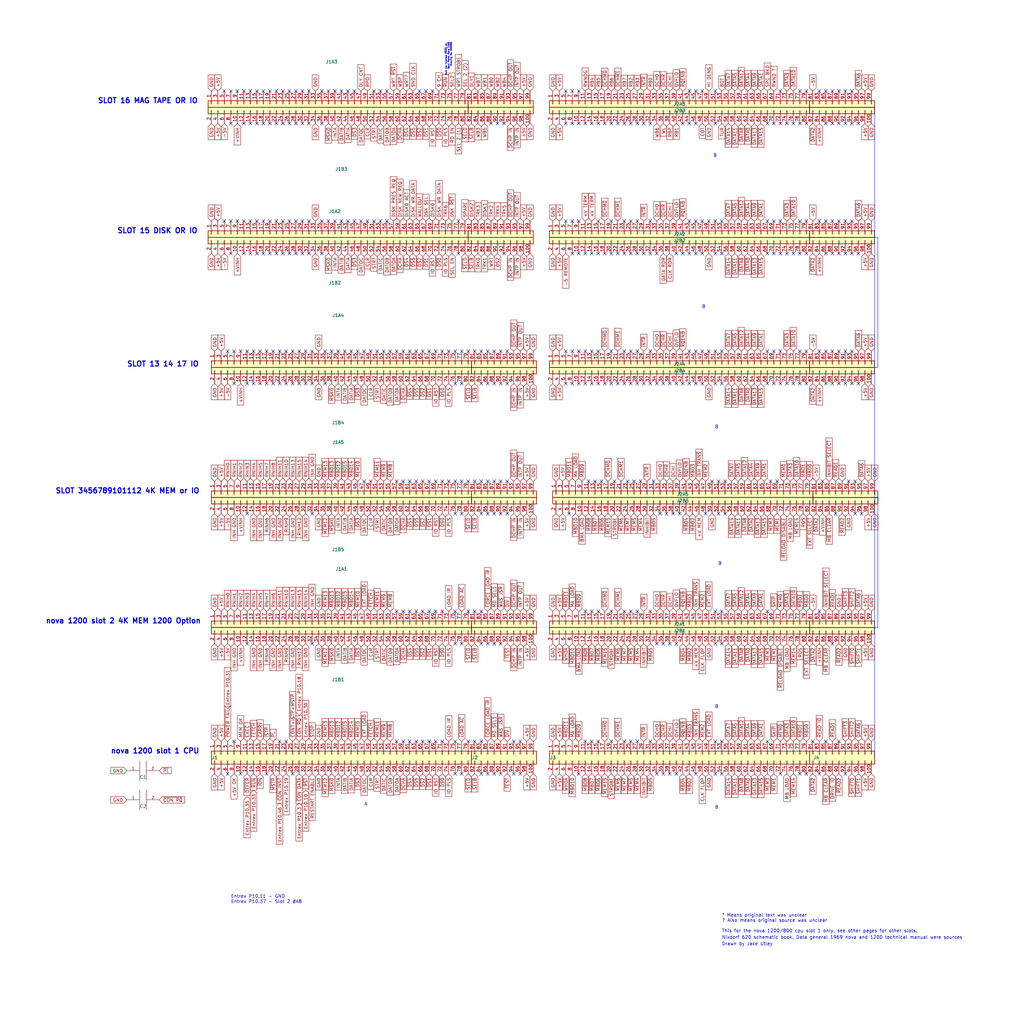
<source format=kicad_sch>
(kicad_sch (version 20230121) (generator eeschema)
  (paper "User" 399.999 399.999)
  (no_connect (at 269.24 35.56))
  (no_connect (at 220.98 35.56))
  (no_connect (at 105.41 35.56))
  (no_connect (at 114.3 137.16))
  (no_connect (at 231.14 149.86))
  (no_connect (at 195.58 187.96))
  (no_connect (at 135.89 86.36))
  (no_connect (at 320.04 302.26))
  (no_connect (at 100.33 35.56))
  (no_connect (at 248.92 289.56))
  (no_connect (at 336.55 200.66))
  (no_connect (at 193.04 187.96))
  (no_connect (at 254 99.06))
  (no_connect (at 325.12 137.16))
  (no_connect (at 281.94 238.76))
  (no_connect (at 157.48 289.56))
  (no_connect (at 154.94 137.16))
  (no_connect (at 281.94 99.06))
  (no_connect (at 280.67 200.66))
  (no_connect (at 121.92 251.46))
  (no_connect (at 232.41 187.96))
  (no_connect (at 223.52 86.36))
  (no_connect (at 262.89 200.66))
  (no_connect (at 102.87 99.06))
  (no_connect (at 226.06 302.26))
  (no_connect (at 220.98 86.36))
  (no_connect (at 281.94 86.36))
  (no_connect (at 330.2 99.06))
  (no_connect (at 172.72 137.16))
  (no_connect (at 203.2 302.26))
  (no_connect (at 254 149.86))
  (no_connect (at 194.31 48.26))
  (no_connect (at 91.44 137.16))
  (no_connect (at 314.96 86.36))
  (no_connect (at 127 149.86))
  (no_connect (at 113.03 99.06))
  (no_connect (at 96.52 251.46))
  (no_connect (at 334.01 200.66))
  (no_connect (at 256.54 99.06))
  (no_connect (at 228.6 289.56))
  (no_connect (at 246.38 137.16))
  (no_connect (at 322.58 99.06))
  (no_connect (at 191.77 48.26))
  (no_connect (at 325.12 48.26))
  (no_connect (at 175.26 137.16))
  (no_connect (at 115.57 48.26))
  (no_connect (at 90.17 99.06))
  (no_connect (at 228.6 99.06))
  (no_connect (at 91.44 149.86))
  (no_connect (at 302.26 86.36))
  (no_connect (at 138.43 35.56))
  (no_connect (at 243.84 238.76))
  (no_connect (at 119.38 137.16))
  (no_connect (at 261.62 302.26))
  (no_connect (at 283.21 187.96))
  (no_connect (at 312.42 48.26))
  (no_connect (at 167.64 137.16))
  (no_connect (at 187.96 187.96))
  (no_connect (at 165.1 238.76))
  (no_connect (at 105.41 48.26))
  (no_connect (at 264.16 302.26))
  (no_connect (at 180.34 137.16))
  (no_connect (at 335.28 99.06))
  (no_connect (at 238.76 289.56))
  (no_connect (at 302.26 99.06))
  (no_connect (at 266.7 48.26))
  (no_connect (at 143.51 86.36))
  (no_connect (at 299.72 99.06))
  (no_connect (at 335.28 48.26))
  (no_connect (at 307.34 48.26))
  (no_connect (at 106.68 149.86))
  (no_connect (at 140.97 86.36))
  (no_connect (at 254 137.16))
  (no_connect (at 120.65 48.26))
  (no_connect (at 101.6 149.86))
  (no_connect (at 314.96 35.56))
  (no_connect (at 327.66 86.36))
  (no_connect (at 134.62 137.16))
  (no_connect (at 314.96 302.26))
  (no_connect (at 281.94 149.86))
  (no_connect (at 132.08 137.16))
  (no_connect (at 259.08 302.26))
  (no_connect (at 182.88 187.96))
  (no_connect (at 162.56 137.16))
  (no_connect (at 238.76 99.06))
  (no_connect (at 180.34 302.26))
  (no_connect (at 276.86 86.36))
  (no_connect (at 92.71 86.36))
  (no_connect (at 243.84 86.36))
  (no_connect (at 185.42 289.56))
  (no_connect (at 113.03 86.36))
  (no_connect (at 180.34 251.46))
  (no_connect (at 138.43 86.36))
  (no_connect (at 304.8 149.86))
  (no_connect (at 87.63 35.56))
  (no_connect (at 179.07 86.36))
  (no_connect (at 246.38 149.86))
  (no_connect (at 97.79 99.06))
  (no_connect (at 260.35 200.66))
  (no_connect (at 279.4 238.76))
  (no_connect (at 170.18 238.76))
  (no_connect (at 118.11 48.26))
  (no_connect (at 271.78 48.26))
  (no_connect (at 119.38 149.86))
  (no_connect (at 102.87 48.26))
  (no_connect (at 167.64 187.96))
  (no_connect (at 177.8 187.96))
  (no_connect (at 330.2 302.26))
  (no_connect (at 322.58 137.16))
  (no_connect (at 254 238.76))
  (no_connect (at 248.92 149.86))
  (no_connect (at 320.04 238.76))
  (no_connect (at 248.92 99.06))
  (no_connect (at 269.24 48.26))
  (no_connect (at 198.12 137.16))
  (no_connect (at 165.1 187.96))
  (no_connect (at 271.78 86.36))
  (no_connect (at 322.58 48.26))
  (no_connect (at 154.94 187.96))
  (no_connect (at 96.52 137.16))
  (no_connect (at 226.06 86.36))
  (no_connect (at 99.06 137.16))
  (no_connect (at 309.88 99.06))
  (no_connect (at 231.14 137.16))
  (no_connect (at 312.42 86.36))
  (no_connect (at 238.76 137.16))
  (no_connect (at 304.8 86.36))
  (no_connect (at 185.42 238.76))
  (no_connect (at 279.4 302.26))
  (no_connect (at 327.66 48.26))
  (no_connect (at 90.17 35.56))
  (no_connect (at 118.11 86.36))
  (no_connect (at 223.52 149.86))
  (no_connect (at 93.98 137.16))
  (no_connect (at 151.13 35.56))
  (no_connect (at 195.58 302.26))
  (no_connect (at 95.25 99.06))
  (no_connect (at 264.16 149.86))
  (no_connect (at 102.87 86.36))
  (no_connect (at 233.68 238.76))
  (no_connect (at 231.14 99.06))
  (no_connect (at 279.4 251.46))
  (no_connect (at 223.52 48.26))
  (no_connect (at 279.4 86.36))
  (no_connect (at 251.46 48.26))
  (no_connect (at 321.31 187.96))
  (no_connect (at 299.72 289.56))
  (no_connect (at 314.96 48.26))
  (no_connect (at 330.2 137.16))
  (no_connect (at 133.35 35.56))
  (no_connect (at 177.8 238.76))
  (no_connect (at 228.6 48.26))
  (no_connect (at 312.42 99.06))
  (no_connect (at 314.96 149.86))
  (no_connect (at 115.57 86.36))
  (no_connect (at 187.96 238.76))
  (no_connect (at 327.66 289.56))
  (no_connect (at 246.38 99.06))
  (no_connect (at 281.94 137.16))
  (no_connect (at 95.25 35.56))
  (no_connect (at 116.84 137.16))
  (no_connect (at 259.08 251.46))
  (no_connect (at 190.5 200.66))
  (no_connect (at 275.59 200.66))
  (no_connect (at 231.14 238.76))
  (no_connect (at 229.87 187.96))
  (no_connect (at 107.95 86.36))
  (no_connect (at 246.38 289.56))
  (no_connect (at 146.05 86.36))
  (no_connect (at 312.42 137.16))
  (no_connect (at 322.58 149.86))
  (no_connect (at 182.88 238.76))
  (no_connect (at 271.78 302.26))
  (no_connect (at 121.92 200.66))
  (no_connect (at 331.47 187.96))
  (no_connect (at 281.94 251.46))
  (no_connect (at 312.42 149.86))
  (no_connect (at 120.65 86.36))
  (no_connect (at 167.64 289.56))
  (no_connect (at 170.18 289.56))
  (no_connect (at 177.8 289.56))
  (no_connect (at 160.02 187.96))
  (no_connect (at 243.84 99.06))
  (no_connect (at 88.9 302.26))
  (no_connect (at 170.18 137.16))
  (no_connect (at 111.76 149.86))
  (no_connect (at 125.73 35.56))
  (no_connect (at 261.62 251.46))
  (no_connect (at 259.08 149.86))
  (no_connect (at 266.7 149.86))
  (no_connect (at 233.68 99.06))
  (no_connect (at 144.78 137.16))
  (no_connect (at 96.52 149.86))
  (no_connect (at 283.21 200.66))
  (no_connect (at 127 137.16))
  (no_connect (at 327.66 149.86))
  (no_connect (at 314.96 137.16))
  (no_connect (at 307.34 99.06))
  (no_connect (at 130.81 86.36))
  (no_connect (at 129.54 137.16))
  (no_connect (at 228.6 238.76))
  (no_connect (at 107.95 48.26))
  (no_connect (at 309.88 48.26))
  (no_connect (at 175.26 187.96))
  (no_connect (at 250.19 187.96))
  (no_connect (at 179.07 99.06))
  (no_connect (at 280.67 187.96))
  (no_connect (at 223.52 99.06))
  (no_connect (at 200.66 302.26))
  (no_connect (at 177.8 149.86))
  (no_connect (at 325.12 251.46))
  (no_connect (at 243.84 149.86))
  (no_connect (at 193.04 251.46))
  (no_connect (at 100.33 99.06))
  (no_connect (at 220.98 48.26))
  (no_connect (at 91.44 289.56))
  (no_connect (at 110.49 48.26))
  (no_connect (at 157.48 187.96))
  (no_connect (at 147.32 137.16))
  (no_connect (at 279.4 149.86))
  (no_connect (at 177.8 251.46))
  (no_connect (at 302.26 48.26))
  (no_connect (at 279.4 99.06))
  (no_connect (at 149.86 137.16))
  (no_connect (at 193.04 137.16))
  (no_connect (at 187.96 302.26))
  (no_connect (at 113.03 48.26))
  (no_connect (at 193.04 302.26))
  (no_connect (at 279.4 35.56))
  (no_connect (at 105.41 86.36))
  (no_connect (at 163.83 35.56))
  (no_connect (at 185.42 137.16))
  (no_connect (at 312.42 35.56))
  (no_connect (at 326.39 200.66))
  (no_connect (at 304.8 35.56))
  (no_connect (at 196.85 99.06))
  (no_connect (at 304.8 48.26))
  (no_connect (at 233.68 289.56))
  (no_connect (at 322.58 289.56))
  (no_connect (at 241.3 149.86))
  (no_connect (at 187.96 149.86))
  (no_connect (at 111.76 289.56))
  (no_connect (at 114.3 302.26))
  (no_connect (at 198.12 187.96))
  (no_connect (at 256.54 251.46))
  (no_connect (at 90.17 86.36))
  (no_connect (at 256.54 149.86))
  (no_connect (at 195.58 137.16))
  (no_connect (at 193.04 200.66))
  (no_connect (at 193.04 149.86))
  (no_connect (at 238.76 149.86))
  (no_connect (at 332.74 48.26))
  (no_connect (at 228.6 137.16))
  (no_connect (at 236.22 149.86))
  (no_connect (at 246.38 238.76))
  (no_connect (at 320.04 137.16))
  (no_connect (at 265.43 200.66))
  (no_connect (at 269.24 137.16))
  (no_connect (at 264.16 251.46))
  (no_connect (at 334.01 187.96))
  (no_connect (at 90.17 48.26))
  (no_connect (at 299.72 149.86))
  (no_connect (at 187.96 200.66))
  (no_connect (at 165.1 137.16))
  (no_connect (at 107.95 35.56))
  (no_connect (at 238.76 238.76))
  (no_connect (at 99.06 149.86))
  (no_connect (at 223.52 137.16))
  (no_connect (at 241.3 48.26))
  (no_connect (at 251.46 149.86))
  (no_connect (at 104.14 149.86))
  (no_connect (at 226.06 137.16))
  (no_connect (at 104.14 137.16))
  (no_connect (at 106.68 137.16))
  (no_connect (at 187.96 251.46))
  (no_connect (at 97.79 48.26))
  (no_connect (at 243.84 289.56))
  (no_connect (at 269.24 86.36))
  (no_connect (at 303.53 187.96))
  (no_connect (at 322.58 86.36))
  (no_connect (at 121.92 149.86))
  (no_connect (at 246.38 86.36))
  (no_connect (at 320.04 86.36))
  (no_connect (at 97.79 86.36))
  (no_connect (at 226.06 35.56))
  (no_connect (at 203.2 289.56))
  (no_connect (at 182.88 289.56))
  (no_connect (at 157.48 137.16))
  (no_connect (at 168.91 35.56))
  (no_connect (at 266.7 99.06))
  (no_connect (at 142.24 137.16))
  (no_connect (at 100.33 86.36))
  (no_connect (at 332.74 149.86))
  (no_connect (at 226.06 99.06))
  (no_connect (at 96.52 200.66))
  (no_connect (at 167.64 238.76))
  (no_connect (at 190.5 251.46))
  (no_connect (at 172.72 187.96))
  (no_connect (at 101.6 137.16))
  (no_connect (at 271.78 35.56))
  (no_connect (at 115.57 99.06))
  (no_connect (at 110.49 35.56))
  (no_connect (at 248.92 48.26))
  (no_connect (at 182.88 137.16))
  (no_connect (at 302.26 149.86))
  (no_connect (at 110.49 99.06))
  (no_connect (at 279.4 289.56))
  (no_connect (at 274.32 137.16))
  (no_connect (at 257.81 200.66))
  (no_connect (at 255.27 187.96))
  (no_connect (at 128.27 35.56))
  (no_connect (at 241.3 99.06))
  (no_connect (at 172.72 238.76))
  (no_connect (at 269.24 99.06))
  (no_connect (at 198.12 200.66))
  (no_connect (at 274.32 35.56))
  (no_connect (at 180.34 187.96))
  (no_connect (at 279.4 48.26))
  (no_connect (at 233.68 86.36))
  (no_connect (at 332.74 86.36))
  (no_connect (at 148.59 86.36))
  (no_connect (at 312.42 302.26))
  (no_connect (at 180.34 200.66))
  (no_connect (at 335.28 149.86))
  (no_connect (at 166.37 35.56))
  (no_connect (at 330.2 86.36))
  (no_connect (at 299.72 238.76))
  (no_connect (at 304.8 137.16))
  (no_connect (at 309.88 149.86))
  (no_connect (at 109.22 137.16))
  (no_connect (at 254 48.26))
  (no_connect (at 320.04 35.56))
  (no_connect (at 116.84 149.86))
  (no_connect (at 190.5 149.86))
  (no_connect (at 279.4 137.16))
  (no_connect (at 162.56 289.56))
  (no_connect (at 299.72 137.16))
  (no_connect (at 256.54 302.26))
  (no_connect (at 120.65 35.56))
  (no_connect (at 102.87 35.56))
  (no_connect (at 245.11 187.96))
  (no_connect (at 115.57 35.56))
  (no_connect (at 152.4 137.16))
  (no_connect (at 271.78 149.86))
  (no_connect (at 271.78 99.06))
  (no_connect (at 162.56 187.96))
  (no_connect (at 220.98 149.86))
  (no_connect (at 281.94 289.56))
  (no_connect (at 200.66 289.56))
  (no_connect (at 104.14 302.26))
  (no_connect (at 234.95 187.96))
  (no_connect (at 332.74 35.56))
  (no_connect (at 114.3 149.86))
  (no_connect (at 330.2 149.86))
  (no_connect (at 187.96 137.16))
  (no_connect (at 281.94 302.26))
  (no_connect (at 177.8 200.66))
  (no_connect (at 177.8 302.26))
  (no_connect (at 109.22 149.86))
  (no_connect (at 247.65 187.96))
  (no_connect (at 299.72 86.36))
  (no_connect (at 196.85 48.26))
  (no_connect (at 110.49 86.36))
  (no_connect (at 128.27 86.36))
  (no_connect (at 223.52 35.56))
  (no_connect (at 165.1 289.56))
  (no_connect (at 226.06 48.26))
  (no_connect (at 304.8 302.26))
  (no_connect (at 325.12 149.86))
  (no_connect (at 185.42 187.96))
  (no_connect (at 231.14 289.56))
  (no_connect (at 107.95 99.06))
  (no_connect (at 154.94 289.56))
  (no_connect (at 198.12 149.86))
  (no_connect (at 332.74 137.16))
  (no_connect (at 261.62 149.86))
  (no_connect (at 135.89 35.56))
  (no_connect (at 195.58 251.46))
  (no_connect (at 271.78 137.16))
  (no_connect (at 327.66 99.06))
  (no_connect (at 95.25 86.36))
  (no_connect (at 226.06 149.86))
  (no_connect (at 125.73 86.36))
  (no_connect (at 125.73 99.06))
  (no_connect (at 137.16 137.16))
  (no_connect (at 264.16 99.06))
  (no_connect (at 325.12 86.36))
  (no_connect (at 187.96 289.56))
  (no_connect (at 151.13 86.36))
  (no_connect (at 300.99 187.96))
  (no_connect (at 228.6 149.86))
  (no_connect (at 222.25 200.66))
  (no_connect (at 243.84 137.16))
  (no_connect (at 160.02 137.16))
  (no_connect (at 233.68 48.26))
  (no_connect (at 332.74 99.06))
  (no_connect (at 97.79 35.56))
  (no_connect (at 233.68 149.86))
  (no_connect (at 325.12 35.56))
  (no_connect (at 274.32 149.86))
  (no_connect (at 220.98 137.16))
  (no_connect (at 118.11 99.06))
  (no_connect (at 278.13 187.96))
  (no_connect (at 190.5 187.96))
  (no_connect (at 322.58 35.56))
  (no_connect (at 88.9 137.16))
  (no_connect (at 251.46 99.06))
  (no_connect (at 330.2 35.56))
  (no_connect (at 154.94 238.76))
  (no_connect (at 162.56 238.76))
  (no_connect (at 243.84 48.26))
  (no_connect (at 325.12 99.06))
  (no_connect (at 180.34 149.86))
  (no_connect (at 195.58 200.66))
  (no_connect (at 238.76 86.36))
  (no_connect (at 248.92 86.36))
  (no_connect (at 274.32 99.06))
  (no_connect (at 233.68 137.16))
  (no_connect (at 317.5 289.56))
  (no_connect (at 302.26 137.16))
  (no_connect (at 327.66 35.56))
  (no_connect (at 248.92 137.16))
  (no_connect (at 177.8 137.16))
  (no_connect (at 87.63 86.36))
  (no_connect (at 113.03 35.56))
  (no_connect (at 125.73 48.26))
  (no_connect (at 314.96 99.06))
  (no_connect (at 160.02 238.76))
  (no_connect (at 190.5 137.16))
  (no_connect (at 240.03 187.96))
  (no_connect (at 236.22 99.06))
  (no_connect (at 231.14 48.26))
  (no_connect (at 111.76 137.16))
  (no_connect (at 254 86.36))
  (no_connect (at 109.22 289.56))
  (no_connect (at 304.8 99.06))
  (no_connect (at 269.24 149.86))
  (no_connect (at 144.78 187.96))
  (no_connect (at 100.33 48.26))
  (no_connect (at 157.48 238.76))
  (no_connect (at 172.72 289.56))
  (no_connect (at 248.92 238.76))
  (no_connect (at 120.65 99.06))
  (no_connect (at 146.05 35.56))
  (no_connect (at 133.35 86.36))
  (no_connect (at 195.58 149.86))
  (no_connect (at 139.7 137.16))
  (no_connect (at 118.11 35.56))
  (no_connect (at 327.66 137.16))
  (no_connect (at 246.38 48.26))
  (no_connect (at 92.71 35.56))
  (no_connect (at 130.81 35.56))
  (no_connect (at 236.22 48.26))
  (no_connect (at 190.5 302.26))
  (no_connect (at 148.59 35.56))
  (no_connect (at 299.72 48.26))
  (no_connect (at 121.92 137.16))
  (no_connect (at 95.25 48.26))
  (no_connect (at 330.2 48.26))
  (no_connect (at 142.24 187.96))
  (no_connect (at 160.02 289.56))
  (no_connect (at 93.98 302.26))
  (no_connect (at 276.86 137.16))
  (no_connect (at 254 289.56))
  (no_connect (at 170.18 187.96))
  (no_connect (at 307.34 149.86))
  (no_connect (at 105.41 99.06))
  (no_connect (at 238.76 48.26))
  (no_connect (at 274.32 86.36))
  (rectangle (start 341.63 92.71) (end 342.9 143.51))
  (rectangle (start 341.63 41.91) (end 341.63 92.71))
  (rectangle (start 341.63 245.11) (end 341.63 295.91))
  (rectangle (start 341.63 194.31) (end 342.9 245.11))
  (rectangle (start 341.63 143.51) (end 341.63 194.31))
  (text "SLOT 16 MAG TAPE OR IO" (at 38.1 40.64 0) (effects (font (size 2 2) (thickness 0.4) bold) (justify left bottom)))
  (text "SLOT 3456789101112 4K MEM or IO" (at 21.59 193.04 0) (effects (font (size 2 2) (thickness 0.4) bold) (justify left bottom)))
  (text "A\n" (at 142.24 314.96 0) (effects (font (size 1.27 1.27)) (justify left bottom)))
  (text "B" (at 280.035 61.595 0) (effects (font (size 1.27 1.27)) (justify right bottom)))
  (text "SLOT 15 DISK OR IO" (at 45.72 91.44 0) (effects (font (size 2 2) (thickness 0.4) bold) (justify left bottom)))
  (text "B" (at 281.94 220.98 0) (effects (font (size 1.27 1.27)) (justify right bottom)))
  (text "* Means original text was unclear\n? Also means original source was unclear\n\nThis for the nova 1200/800 cpu slot 1 only, see other pages for other slots." (at 281.94 364.49 0) (effects (font (size 1.27 1.27)) (justify left bottom)))
  (text "Nixdorf 620 schematic book, Data general 1969 nova and 1200 technical manual were sources\n" (at 281.94 367.03 0) (effects (font (size 1.27 1.27)) (justify left bottom)))
  (text "B" (at 280.67 276.86 0) (effects (font (size 1.27 1.27)) (justify right bottom)))
  (text "SLOT 13 14 17 IO" (at 49.53 143.51 0) (effects (font (size 2 2) (thickness 0.4) bold) (justify left bottom)))
  (text "B" (at 280.67 167.64 0) (effects (font (size 1.27 1.27)) (justify right bottom)))
  (text "Entrex P10.11 - GND\nEntrex P10.37 - Slot 2 #A8" (at 90.17 353.06 0) (effects (font (size 1.27 1.27)) (justify left bottom)))
  (text "nova 1200 slot 1 CPU" (at 43.18 294.64 0) (effects (font (size 2 2) (thickness 0.4) bold) (justify left bottom)))
  (text "B" (at 275.59 120.65 0) (effects (font (size 1.27 1.27)) (justify right bottom)))
  (text "Drawn by Jake Utley" (at 281.94 369.57 0) (effects (font (size 1.27 1.27)) (justify left bottom)))
  (text "RUN not inverted (~{RUN}) on \nBack Panel Nova 1200\nDrawing No. 000090" (at 176.53 16.51 90) (effects (font (size 0.6 0.6)) (justify right bottom)))
  (text "nova 1200 slot 2 4K MEM 1200 Option" (at 17.78 243.84 0) (effects (font (size 2 2) (thickness 0.4) bold) (justify left bottom)))
  (text "B" (at 280.67 316.23 0) (effects (font (size 1.27 1.27)) (justify right bottom)))
  (global_label "+5V" (shape input) (at 337.82 289.56 90) (property "Intersheetrefs" "${INTERSHEET_REFS}" (effects hide)))
  (global_label "~{BMA LOAD}" (shape input) (at 226.06 251.46 270) (property "Intersheetrefs" "${INTERSHEET_REFS}" (effects hide)))
  (global_label "~{MA LOAD}" (shape input) (at 224.79 187.96 90) (property "Intersheetrefs" "${INTERSHEET_REFS}" (effects hide)))
  (global_label "~{READ1}" (shape input) (at 325.12 238.76 90) (property "Intersheetrefs" "${INTERSHEET_REFS}" (effects hide)))
  (global_label "~{DCHP IN}" (shape input) (at 200.66 149.86 270) (property "Intersheetrefs" "${INTERSHEET_REFS}" (effects hide)))
  (global_label "~{DATA0}" (shape input) (at 292.1 48.26 270) (property "Intersheetrefs" "${INTERSHEET_REFS}" (effects hide)))
  (global_label "~{STOP}" (shape input) (at 121.92 289.56 90) (property "Intersheetrefs" "${INTERSHEET_REFS}" (effects hide)))
  (global_label "WRT" (shape input) (at 191.77 99.06 270) (property "Intersheetrefs" "${INTERSHEET_REFS}" (effects hide)))
  (global_label "Entrex P10.18" (shape input) (at 116.84 279.4 90) (property "Intersheetrefs" "${INTERSHEET_REFS}" (effects hide)))
  (global_label "~{MEM2}" (shape input) (at 274.32 238.76 90) (property "Intersheetrefs" "${INTERSHEET_REFS}" (effects hide)))
  (global_label "IO RST" (shape input) (at 170.18 302.26 270) (property "Intersheetrefs" "${INTERSHEET_REFS}" (effects hide)))
  (global_label "DATOC" (shape input) (at 142.24 200.66 270) (property "Intersheetrefs" "${INTERSHEET_REFS}" (effects hide)))
  (global_label "~{FETCH}" (shape input) (at 99.06 289.56 90) (property "Intersheetrefs" "${INTERSHEET_REFS}" (effects hide)))
  (global_label "~{INH TRANS}" (shape input) (at 271.78 238.76 90) (property "Intersheetrefs" "${INTERSHEET_REFS}" (effects hide)))
  (global_label "~{DS5}" (shape input) (at 161.29 48.26 270) (property "Intersheetrefs" "${INTERSHEET_REFS}" (effects hide)))
  (global_label "INH GND" (shape input) (at 106.68 200.66 270) (property "Intersheetrefs" "${INTERSHEET_REFS}" (effects hide)))
  (global_label "~{EXT SELECT}" (shape input) (at 316.23 200.66 270) (property "Intersheetrefs" "${INTERSHEET_REFS}" (effects hide)))
  (global_label "~{DATA1}" (shape input) (at 297.18 238.76 90) (property "Intersheetrefs" "${INTERSHEET_REFS}" (effects hide)))
  (global_label "~{DATA2}" (shape input) (at 318.77 200.66 270) (property "Intersheetrefs" "${INTERSHEET_REFS}" (effects hide)))
  (global_label "~{MBO13}" (shape input) (at 129.54 289.56 90) (property "Intersheetrefs" "${INTERSHEET_REFS}" (effects hide)))
  (global_label "~{MB CLEAR}" (shape input) (at 322.58 302.26 270) (property "Intersheetrefs" "${INTERSHEET_REFS}" (effects hide)))
  (global_label "~{SELD}" (shape input) (at 182.88 302.26 270) (property "Intersheetrefs" "${INTERSHEET_REFS}" (effects hide)))
  (global_label "IO PLS" (shape input) (at 173.99 48.26 270) (property "Intersheetrefs" "${INTERSHEET_REFS}" (effects hide)))
  (global_label "~{MEM15}" (shape input) (at 236.22 251.46 270) (property "Intersheetrefs" "${INTERSHEET_REFS}" (effects hide)))
  (global_label "RB0" (shape input) (at 254 35.56 90) (property "Intersheetrefs" "${INTERSHEET_REFS}" (effects hide)))
  (global_label "~{SHIFT1}" (shape input) (at 335.28 302.26 270) (property "Intersheetrefs" "${INTERSHEET_REFS}" (effects hide)))
  (global_label "WB5" (shape input) (at 189.23 48.26 270) (property "Intersheetrefs" "${INTERSHEET_REFS}" (effects hide)))
  (global_label "~{DS2}" (shape input) (at 163.83 48.26 270) (property "Intersheetrefs" "${INTERSHEET_REFS}" (effects hide)))
  (global_label "CLR" (shape input) (at 143.51 48.26 270) (property "Intersheetrefs" "${INTERSHEET_REFS}" (effects hide)))
  (global_label "INH GND" (shape input) (at 91.44 200.66 270) (property "Intersheetrefs" "${INTERSHEET_REFS}" (effects hide)))
  (global_label "~{DATA11}" (shape input) (at 288.29 200.66 270) (property "Intersheetrefs" "${INTERSHEET_REFS}" (effects hide)))
  (global_label "~{SHIFT0}" (shape input) (at 332.74 302.26 270) (property "Intersheetrefs" "${INTERSHEET_REFS}" (effects hide)))
  (global_label "~{MBO7}" (shape input) (at 231.14 251.46 270) (property "Intersheetrefs" "${INTERSHEET_REFS}" (effects hide)))
  (global_label "~{MEM13}" (shape input) (at 127 238.76 90) (property "Intersheetrefs" "${INTERSHEET_REFS}" (effects hide)))
  (global_label "+5V" (shape input) (at 339.09 200.66 270) (property "Intersheetrefs" "${INTERSHEET_REFS}" (effects hide)))
  (global_label "~{DATA10}" (shape input) (at 309.88 238.76 90) (property "Intersheetrefs" "${INTERSHEET_REFS}" (effects hide)))
  (global_label "INTA" (shape input) (at 132.08 149.86 270) (property "Intersheetrefs" "${INTERSHEET_REFS}" (effects hide)))
  (global_label "~{DATA5}" (shape input) (at 287.02 137.16 90) (property "Intersheetrefs" "${INTERSHEET_REFS}" (effects hide)))
  (global_label "~{DS5}" (shape input) (at 162.56 302.26 270) (property "Intersheetrefs" "${INTERSHEET_REFS}" (effects hide)))
  (global_label "GND" (shape input) (at 340.36 35.56 90) (property "Intersheetrefs" "${INTERSHEET_REFS}" (effects hide)))
  (global_label "~{MSKO}" (shape input) (at 129.54 302.26 270) (property "Intersheetrefs" "${INTERSHEET_REFS}" (effects hide)))
  (global_label "IO PLS" (shape input) (at 175.26 251.46 270) (property "Intersheetrefs" "${INTERSHEET_REFS}" (effects hide)))
  (global_label "GND" (shape input) (at 124.46 200.66 270) (property "Intersheetrefs" "${INTERSHEET_REFS}" (effects hide)))
  (global_label "~{DATA12}" (shape input) (at 289.56 238.76 90) (property "Intersheetrefs" "${INTERSHEET_REFS}" (effects hide)))
  (global_label "IO PLS" (shape input) (at 175.26 302.26 270) (property "Intersheetrefs" "${INTERSHEET_REFS}" (effects hide)))
  (global_label "DSK ~{RST}" (shape input) (at 176.53 86.36 90) (property "Intersheetrefs" "${INTERSHEET_REFS}" (effects hide)))
  (global_label "~{MEM5}" (shape input) (at 247.65 200.66 270) (property "Intersheetrefs" "${INTERSHEET_REFS}" (effects hide)))
  (global_label "WALLOUT" (shape input) (at 163.83 86.36 90) (property "Intersheetrefs" "${INTERSHEET_REFS}" (effects hide)))
  (global_label "GND" (shape input) (at 217.17 200.66 270) (property "Intersheetrefs" "${INTERSHEET_REFS}" (effects hide)))
  (global_label "+5V" (shape input) (at 85.09 48.26 270) (property "Intersheetrefs" "${INTERSHEET_REFS}" (effects hide)))
  (global_label "DISK2" (shape input) (at 184.15 86.36 90) (property "Intersheetrefs" "${INTERSHEET_REFS}" (effects hide)))
  (global_label "~{SHIFT1}" (shape input) (at 335.28 251.46 270) (property "Intersheetrefs" "${INTERSHEET_REFS}" (effects hide)))
  (global_label "~{CONT+ISTP+MSTP}" (shape input) (at 114.3 289.56 90) (property "Intersheetrefs" "${INTERSHEET_REFS}" (effects hide)))
  (global_label "RESTART ENABLE" (shape input) (at 121.92 302.26 270) (property "Intersheetrefs" "${INTERSHEET_REFS}" (effects hide)))
  (global_label "~{SHIFT2}" (shape input) (at 332.74 238.76 90) (property "Intersheetrefs" "${INTERSHEET_REFS}" (effects hide)))
  (global_label "WL" (shape input) (at 259.08 48.26 270) (property "Intersheetrefs" "${INTERSHEET_REFS}" (effects hide)))
  (global_label "~{MEM0}" (shape input) (at 306.07 187.96 90) (property "Intersheetrefs" "${INTERSHEET_REFS}" (effects hide)))
  (global_label "+5V" (shape input) (at 218.44 137.16 90) (property "Intersheetrefs" "${INTERSHEET_REFS}" (effects hide)))
  (global_label "BOT" (shape input) (at 281.94 35.56 90) (property "Intersheetrefs" "${INTERSHEET_REFS}" (effects hide)))
  (global_label "GND" (shape input) (at 82.55 86.36 90) (property "Intersheetrefs" "${INTERSHEET_REFS}" (effects hide)))
  (global_label "RB7" (shape input) (at 243.84 35.56 90) (property "Intersheetrefs" "${INTERSHEET_REFS}" (effects hide)))
  (global_label "~{CON RQ}" (shape input) (at 116.84 289.56 90) (property "Intersheetrefs" "${INTERSHEET_REFS}" (effects hide)))
  (global_label "~{DATA14}" (shape input) (at 284.48 99.06 270) (property "Intersheetrefs" "${INTERSHEET_REFS}" (effects hide)))
  (global_label "~{DATA4}" (shape input) (at 292.1 289.56 90) (property "Intersheetrefs" "${INTERSHEET_REFS}" (effects hide)))
  (global_label "GND" (shape input) (at 340.36 251.46 270) (property "Intersheetrefs" "${INTERSHEET_REFS}" (effects hide)))
  (global_label "~{MBO4}" (shape input) (at 266.7 302.26 270) (property "Intersheetrefs" "${INTERSHEET_REFS}" (effects hide)))
  (global_label "RHIN3" (shape input) (at 96.52 187.96 90) (property "Intersheetrefs" "${INTERSHEET_REFS}" (effects hide)))
  (global_label "GND" (shape input) (at 208.28 200.66 270) (property "Intersheetrefs" "${INTERSHEET_REFS}" (effects hide)))
  (global_label "~{DATA2}" (shape input) (at 317.5 302.26 270) (property "Intersheetrefs" "${INTERSHEET_REFS}" (effects hide)))
  (global_label "~{DATA3}" (shape input) (at 307.34 137.16 90) (property "Intersheetrefs" "${INTERSHEET_REFS}" (effects hide)))
  (global_label "~{DCHP IN}" (shape input) (at 199.39 48.26 270) (property "Intersheetrefs" "${INTERSHEET_REFS}" (effects hide)))
  (global_label "~{DS3}" (shape input) (at 139.7 302.26 270) (property "Intersheetrefs" "${INTERSHEET_REFS}" (effects hide)))
  (global_label "~{MEM13}" (shape input) (at 127 187.96 90) (property "Intersheetrefs" "${INTERSHEET_REFS}" (effects hide)))
  (global_label "~{MEM3}" (shape input) (at 300.99 200.66 270) (property "Intersheetrefs" "${INTERSHEET_REFS}" (effects hide)))
  (global_label "RWNDG" (shape input) (at 228.6 35.56 90) (property "Intersheetrefs" "${INTERSHEET_REFS}" (effects hide)))
  (global_label "WB3" (shape input) (at 186.69 48.26 270) (property "Intersheetrefs" "${INTERSHEET_REFS}" (effects hide)))
  (global_label "~{SKIP}" (shape input) (at 302.26 289.56 90) (property "Intersheetrefs" "${INTERSHEET_REFS}" (effects hide)))
  (global_label "DATIA" (shape input) (at 137.16 302.26 270) (property "Intersheetrefs" "${INTERSHEET_REFS}" (effects hide)))
  (global_label "+VINH" (shape input) (at 320.04 48.26 270) (property "Intersheetrefs" "${INTERSHEET_REFS}" (effects hide)))
  (global_label "GND" (shape input) (at 124.46 251.46 270) (property "Intersheetrefs" "${INTERSHEET_REFS}" (effects hide)))
  (global_label "RNIH14" (shape input) (at 119.38 187.96 90) (property "Intersheetrefs" "${INTERSHEET_REFS}" (effects hide)))
  (global_label "LOAD IR" (shape input) (at 175.26 238.76 90) (property "Intersheetrefs" "${INTERSHEET_REFS}" (effects hide)))
  (global_label "GND" (shape input) (at 208.28 251.46 270) (property "Intersheetrefs" "${INTERSHEET_REFS}" (effects hide)))
  (global_label "GND" (shape input) (at 124.46 289.56 90) (property "Intersheetrefs" "${INTERSHEET_REFS}" (effects hide)))
  (global_label "-5V" (shape input) (at 88.9 200.66 270) (property "Intersheetrefs" "${INTERSHEET_REFS}" (effects hide)))
  (global_label "+5V" (shape input) (at 337.82 86.36 90) (property "Intersheetrefs" "${INTERSHEET_REFS}" (effects hide)))
  (global_label "~{DATA7}" (shape input) (at 284.48 35.56 90) (property "Intersheetrefs" "${INTERSHEET_REFS}" (effects hide)))
  (global_label "~{MD SEL1}" (shape input) (at 193.04 238.76 90) (property "Intersheetrefs" "${INTERSHEET_REFS}" (effects hide)))
  (global_label "Entrex P10.31" (shape input) (at 88.9 276.86 90) (property "Intersheetrefs" "${INTERSHEET_REFS}" (effects hide)))
  (global_label "~{DS2}" (shape input) (at 165.1 200.66 270) (property "Intersheetrefs" "${INTERSHEET_REFS}" (effects hide)))
  (global_label "~{MBO14}" (shape input) (at 137.16 238.76 90) (property "Intersheetrefs" "${INTERSHEET_REFS}" (effects hide)))
  (global_label "~{DATA10}" (shape input) (at 309.88 137.16 90) (property "Intersheetrefs" "${INTERSHEET_REFS}" (effects hide)))
  (global_label "~{MBO9}" (shape input) (at 226.06 289.56 90) (property "Intersheetrefs" "${INTERSHEET_REFS}" (effects hide)))
  (global_label "DATOA" (shape input) (at 154.94 251.46 270) (property "Intersheetrefs" "${INTERSHEET_REFS}" (effects hide)))
  (global_label "INTA" (shape input) (at 132.08 302.26 270) (property "Intersheetrefs" "${INTERSHEET_REFS}" (effects hide)))
  (global_label "SPARE" (shape input) (at 181.61 86.36 90) (property "Intersheetrefs" "${INTERSHEET_REFS}" (effects hide)))
  (global_label "~{POWER FAIL}" (shape input) (at 88.9 289.56 90) (property "Intersheetrefs" "${INTERSHEET_REFS}" (effects hide)))
  (global_label "~{DATA13}" (shape input) (at 294.64 99.06 270) (property "Intersheetrefs" "${INTERSHEET_REFS}" (effects hide)))
  (global_label "DATIA" (shape input) (at 137.16 149.86 270) (property "Intersheetrefs" "${INTERSHEET_REFS}" (effects hide)))
  (global_label "~{MEM4}" (shape input) (at 250.19 200.66 270) (property "Intersheetrefs" "${INTERSHEET_REFS}" (effects hide)))
  (global_label "+5V" (shape input) (at 86.36 149.86 270) (property "Intersheetrefs" "${INTERSHEET_REFS}" (effects hide)))
  (global_label "CLK RDR" (shape input) (at 261.62 99.06 270) (property "Intersheetrefs" "${INTERSHEET_REFS}" (effects hide)))
  (global_label "+5V" (shape input) (at 337.82 149.86 270) (property "Intersheetrefs" "${INTERSHEET_REFS}" (effects hide)))
  (global_label "~{SELB}" (shape input) (at 185.42 302.26 270) (property "Intersheetrefs" "${INTERSHEET_REFS}" (effects hide)))
  (global_label "~{MEM9}" (shape input) (at 149.86 238.76 90) (property "Intersheetrefs" "${INTERSHEET_REFS}" (effects hide)))
  (global_label "~{FETCH}" (shape input) (at 144.78 238.76 90) (property "Intersheetrefs" "${INTERSHEET_REFS}" (effects hide)))
  (global_label "~{DS0}" (shape input) (at 172.72 302.26 270) (property "Intersheetrefs" "${INTERSHEET_REFS}" (effects hide)))
  (global_label "RNIH0" (shape input) (at 88.9 187.96 90) (property "Intersheetrefs" "${INTERSHEET_REFS}" (effects hide)))
  (global_label "DATOC" (shape input) (at 142.24 251.46 270) (property "Intersheetrefs" "${INTERSHEET_REFS}" (effects hide)))
  (global_label "~{MEM15}" (shape input) (at 236.22 302.26 270) (property "Intersheetrefs" "${INTERSHEET_REFS}" (effects hide)))
  (global_label "~{DCHP OUT}" (shape input) (at 199.39 35.56 90) (property "Intersheetrefs" "${INTERSHEET_REFS}" (effects hide)))
  (global_label "~{DATA14}" (shape input) (at 284.48 302.26 270) (property "Intersheetrefs" "${INTERSHEET_REFS}" (effects hide)))
  (global_label "DATOC" (shape input) (at 142.24 149.86 270) (property "Intersheetrefs" "${INTERSHEET_REFS}" (effects hide)))
  (global_label "~{DCHR}" (shape input) (at 260.35 187.96 90) (property "Intersheetrefs" "${INTERSHEET_REFS}" (effects hide)))
  (global_label "TRK1" (shape input) (at 189.23 99.06 270) (property "Intersheetrefs" "${INTERSHEET_REFS}" (effects hide)))
  (global_label "~{INTP IN}" (shape input) (at 201.93 48.26 270) (property "Intersheetrefs" "${INTERSHEET_REFS}" (effects hide)))
  (global_label "-5V" (shape input) (at 317.5 86.36 90) (property "Intersheetrefs" "${INTERSHEET_REFS}" (effects hide)))
  (global_label "~{DATA6}" (shape input) (at 335.28 289.56 90) (property "Intersheetrefs" "${INTERSHEET_REFS}" (effects hide)))
  (global_label "~{ISTP}" (shape input) (at 104.14 289.56 90) (property "Intersheetrefs" "${INTERSHEET_REFS}" (effects hide)))
  (global_label "+5V" (shape input) (at 86.36 187.96 90) (property "Intersheetrefs" "${INTERSHEET_REFS}" (effects hide)))
  (global_label "~{DATA8}" (shape input) (at 289.56 302.26 270) (property "Intersheetrefs" "${INTERSHEET_REFS}" (effects hide)))
  (global_label "~{DCHM0}" (shape input) (at 236.22 86.36 90) (property "Intersheetrefs" "${INTERSHEET_REFS}" (effects hide)))
  (global_label "~{PL}" (shape input) (at 62.23 300.99 0) (property "Intersheetrefs" "${INTERSHEET_REFS}" (effects hide)))
  (global_label "-5V" (shape input) (at 87.63 48.26 270) (property "Intersheetrefs" "${INTERSHEET_REFS}" (effects hide)))
  (global_label "DATOA" (shape input) (at 153.67 48.26 270) (property "Intersheetrefs" "${INTERSHEET_REFS}" (effects hide)))
  (global_label "SEL2" (shape input) (at 176.53 35.56 90) (property "Intersheetrefs" "${INTERSHEET_REFS}" (effects hide)))
  (global_label "+5V" (shape input) (at 86.36 137.16 90) (property "Intersheetrefs" "${INTERSHEET_REFS}" (effects hide)))
  (global_label "ROS" (shape input) (at 313.69 200.66 270) (property "Intersheetrefs" "${INTERSHEET_REFS}" (effects hide)))
  (global_label "~{DATA15}" (shape input) (at 297.18 149.86 270) (property "Intersheetrefs" "${INTERSHEET_REFS}" (effects hide)))
  (global_label "~{RELOAD DISABLE}" (shape input) (at 306.07 200.66 270) (property "Intersheetrefs" "${INTERSHEET_REFS}" (effects hide)))
  (global_label "GND" (shape input) (at 124.46 137.16 90) (property "Intersheetrefs" "${INTERSHEET_REFS}" (effects hide)))
  (global_label "~{SELB}" (shape input) (at 185.42 200.66 270) (property "Intersheetrefs" "${INTERSHEET_REFS}" (effects hide)))
  (global_label "+5V" (shape input) (at 218.44 149.86 270) (property "Intersheetrefs" "${INTERSHEET_REFS}" (effects hide)))
  (global_label "~{DATA5}" (shape input) (at 287.02 238.76 90) (property "Intersheetrefs" "${INTERSHEET_REFS}" (effects hide)))
  (global_label "GND" (shape input) (at 278.13 200.66 270) (property "Intersheetrefs" "${INTERSHEET_REFS}" (effects hide)))
  (global_label "INH GND" (shape input) (at 121.92 187.96 90) (property "Intersheetrefs" "${INTERSHEET_REFS}" (effects hide)))
  (global_label "~{MEM2}" (shape input) (at 274.32 289.56 90) (property "Intersheetrefs" "${INTERSHEET_REFS}" (effects hide)))
  (global_label "~{DS5}" (shape input) (at 162.56 149.86 270) (property "Intersheetrefs" "${INTERSHEET_REFS}" (effects hide)))
  (global_label "SPC BKD" (shape input) (at 299.72 35.56 90) (property "Intersheetrefs" "${INTERSHEET_REFS}" (effects hide)))
  (global_label "~{MEM12}" (shape input) (at 127 302.26 270) (property "Intersheetrefs" "${INTERSHEET_REFS}" (effects hide)))
  (global_label "GND" (shape input) (at 276.86 48.26 270) (property "Intersheetrefs" "${INTERSHEET_REFS}" (effects hide)))
  (global_label "GND" (shape input) (at 208.28 302.26 270) (property "Intersheetrefs" "${INTERSHEET_REFS}" (effects hide)))
  (global_label "~{DS0}" (shape input) (at 172.72 251.46 270) (property "Intersheetrefs" "${INTERSHEET_REFS}" (effects hide)))
  (global_label "+5V" (shape input) (at 337.82 238.76 90) (property "Intersheetrefs" "${INTERSHEET_REFS}" (effects hide)))
  (global_label "GND" (shape input) (at 340.36 99.06 270) (property "Intersheetrefs" "${INTERSHEET_REFS}" (effects hide)))
  (global_label "INTA" (shape input) (at 132.08 200.66 270) (property "Intersheetrefs" "${INTERSHEET_REFS}" (effects hide)))
  (global_label "GND" (shape input) (at 208.28 137.16 90) (property "Intersheetrefs" "${INTERSHEET_REFS}" (effects hide)))
  (global_label "~{RQENB}" (shape input) (at 266.7 238.76 90) (property "Intersheetrefs" "${INTERSHEET_REFS}" (effects hide)))
  (global_label "~{MSKO}" (shape input) (at 128.27 99.06 270) (property "Intersheetrefs" "${INTERSHEET_REFS}" (effects hide)))
  (global_label "~{DCHA}" (shape input) (at 157.48 200.66 270) (property "Intersheetrefs" "${INTERSHEET_REFS}" (effects hide)))
  (global_label "GND" (shape input) (at 207.01 35.56 90) (property "Intersheetrefs" "${INTERSHEET_REFS}" (effects hide)))
  (global_label "GND" (shape input) (at 331.47 200.66 270) (property "Intersheetrefs" "${INTERSHEET_REFS}" (effects hide)))
  (global_label "~{DATA8}" (shape input) (at 290.83 200.66 270) (property "Intersheetrefs" "${INTERSHEET_REFS}" (effects hide)))
  (global_label "~{DATA9}" (shape input) (at 294.64 86.36 90) (property "Intersheetrefs" "${INTERSHEET_REFS}" (effects hide)))
  (global_label "RNIH10" (shape input) (at 111.76 187.96 90) (property "Intersheetrefs" "${INTERSHEET_REFS}" (effects hide)))
  (global_label "RNIH10" (shape input) (at 111.76 238.76 90) (property "Intersheetrefs" "${INTERSHEET_REFS}" (effects hide)))
  (global_label "RB6" (shape input) (at 238.76 35.56 90) (property "Intersheetrefs" "${INTERSHEET_REFS}" (effects hide)))
  (global_label "~{TEST}" (shape input) (at 198.12 251.46 270) (property "Intersheetrefs" "${INTERSHEET_REFS}" (effects hide)))
  (global_label "~{MBO2}" (shape input) (at 269.24 251.46 270) (property "Intersheetrefs" "${INTERSHEET_REFS}" (effects hide)))
  (global_label "+VINH" (shape input) (at 320.04 251.46 270) (property "Intersheetrefs" "${INTERSHEET_REFS}" (effects hide)))
  (global_label "~{MBO6}" (shape input) (at 233.68 302.26 270) (property "Intersheetrefs" "${INTERSHEET_REFS}" (effects hide)))
  (global_label "+5V" (shape input) (at 205.74 238.76 90) (property "Intersheetrefs" "${INTERSHEET_REFS}" (effects hide)))
  (global_label "~{SELB}" (shape input) (at 185.42 149.86 270) (property "Intersheetrefs" "${INTERSHEET_REFS}" (effects hide)))
  (global_label "+5V" (shape input) (at 86.36 289.56 90) (property "Intersheetrefs" "${INTERSHEET_REFS}" (effects hide)))
  (global_label "-5V" (shape input) (at 88.9 251.46 270) (property "Intersheetrefs" "${INTERSHEET_REFS}" (effects hide)))
  (global_label "CLK FLOP" (shape input) (at 274.32 302.26 270) (property "Intersheetrefs" "${INTERSHEET_REFS}" (effects hide)))
  (global_label "~{DATA15}" (shape input) (at 297.18 99.06 270) (property "Intersheetrefs" "${INTERSHEET_REFS}" (effects hide)))
  (global_label "GND" (shape input) (at 83.82 238.76 90) (property "Intersheetrefs" "${INTERSHEET_REFS}" (effects hide)))
  (global_label "~{RELOAD DISABLE}" (shape input) (at 304.8 251.46 270) (property "Intersheetrefs" "${INTERSHEET_REFS}" (effects hide)))
  (global_label "~{DCHA}" (shape input) (at 157.48 149.86 270) (property "Intersheetrefs" "${INTERSHEET_REFS}" (effects hide)))
  (global_label "WB2" (shape input) (at 194.31 35.56 90) (property "Intersheetrefs" "${INTERSHEET_REFS}" (effects hide)))
  (global_label "~{DIV}" (shape input) (at 198.12 238.76 90) (property "Intersheetrefs" "${INTERSHEET_REFS}" (effects hide)))
  (global_label "~{DCHM1}" (shape input) (at 241.3 238.76 90) (property "Intersheetrefs" "${INTERSHEET_REFS}" (effects hide)))
  (global_label "SEL 2 (2)" (shape input) (at 181.61 35.56 90) (property "Intersheetrefs" "${INTERSHEET_REFS}" (effects hide)))
  (global_label "~{DATA6}" (shape input) (at 335.28 35.56 90) (property "Intersheetrefs" "${INTERSHEET_REFS}" (effects hide)))
  (global_label "INH GND" (shape input) (at 119.38 251.46 270) (property "Intersheetrefs" "${INTERSHEET_REFS}" (effects hide)))
  (global_label "~{TEST}" (shape input) (at 198.12 302.26 270) (property "Intersheetrefs" "${INTERSHEET_REFS}" (effects hide)))
  (global_label "IO PLS" (shape input) (at 175.26 200.66 270) (property "Intersheetrefs" "${INTERSHEET_REFS}" (effects hide)))
  (global_label "~{DATA1}" (shape input) (at 297.18 35.56 90) (property "Intersheetrefs" "${INTERSHEET_REFS}" (effects hide)))
  (global_label "~{DS3}" (shape input) (at 139.7 200.66 270) (property "Intersheetrefs" "${INTERSHEET_REFS}" (effects hide)))
  (global_label "~{RQENB}" (shape input) (at 266.7 137.16 90) (property "Intersheetrefs" "${INTERSHEET_REFS}" (effects hide)))
  (global_label "~{DS5}" (shape input) (at 162.56 251.46 270) (property "Intersheetrefs" "${INTERSHEET_REFS}" (effects hide)))
  (global_label "DATOA" (shape input) (at 153.67 99.06 270) (property "Intersheetrefs" "${INTERSHEET_REFS}" (effects hide)))
  (global_label "~{DS3}" (shape input) (at 138.43 99.06 270) (property "Intersheetrefs" "${INTERSHEET_REFS}" (effects hide)))
  (global_label "DATOB" (shape input) (at 151.13 99.06 270) (property "Intersheetrefs" "${INTERSHEET_REFS}" (effects hide)))
  (global_label "~{MSKO}" (shape input) (at 129.54 251.46 270) (property "Intersheetrefs" "${INTERSHEET_REFS}" (effects hide)))
  (global_label "INH GND" (shape input) (at 119.38 200.66 270) (property "Intersheetrefs" "${INTERSHEET_REFS}" (effects hide)))
  (global_label "+VINH" (shape input) (at 93.98 200.66 270) (property "Intersheetrefs" "${INTERSHEET_REFS}" (effects hide)))
  (global_label "DATOA" (shape input) (at 154.94 200.66 270) (property "Intersheetrefs" "${INTERSHEET_REFS}" (effects hide)))
  (global_label "+5V" (shape input) (at 85.09 99.06 270) (property "Intersheetrefs" "${INTERSHEET_REFS}" (effects hide)))
  (global_label "-5V" (shape input) (at 318.77 187.96 90) (property "Intersheetrefs" "${INTERSHEET_REFS}" (effects hide)))
  (global_label "~{MEM11}" (shape input) (at 147.32 187.96 90) (property "Intersheetrefs" "${INTERSHEET_REFS}" (effects hide)))
  (global_label "~{DATA11}" (shape input) (at 287.02 302.26 270) (property "Intersheetrefs" "${INTERSHEET_REFS}" (effects hide)))
  (global_label "DCHO" (shape input) (at 256.54 137.16 90) (property "Intersheetrefs" "${INTERSHEET_REFS}" (effects hide)))
  (global_label "~{READ1}" (shape input) (at 326.39 187.96 90) (property "Intersheetrefs" "${INTERSHEET_REFS}" (effects hide)))
  (global_label "~{DATA5}" (shape input) (at 287.02 35.56 90) (property "Intersheetrefs" "${INTERSHEET_REFS}" (effects hide)))
  (global_label "~{DATA15}" (shape input) (at 297.18 48.26 270) (property "Intersheetrefs" "${INTERSHEET_REFS}" (effects hide)))
  (global_label "RNIH5" (shape input) (at 101.6 187.96 90) (property "Intersheetrefs" "${INTERSHEET_REFS}" (effects hide)))
  (global_label "GND" (shape input) (at 82.55 35.56 90) (property "Intersheetrefs" "${INTERSHEET_REFS}" (effects hide)))
  (global_label "DATIC" (shape input) (at 149.86 149.86 270) (property "Intersheetrefs" "${INTERSHEET_REFS}" (effects hide)))
  (global_label "RD EN" (shape input) (at 176.53 48.26 270) (property "Intersheetrefs" "${INTERSHEET_REFS}" (effects hide)))
  (global_label "+V MEM" (shape input) (at 273.05 200.66 270) (property "Intersheetrefs" "${INTERSHEET_REFS}" (effects hide)))
  (global_label "DCHI" (shape input) (at 261.62 238.76 90) (property "Intersheetrefs" "${INTERSHEET_REFS}" (effects hide)))
  (global_label "+5V" (shape input) (at 205.74 187.96 90) (property "Intersheetrefs" "${INTERSHEET_REFS}" (effects hide)))
  (global_label "-5V" (shape input) (at 317.5 238.76 90) (property "Intersheetrefs" "${INTERSHEET_REFS}" (effects hide)))
  (global_label "~{DATA0}" (shape input) (at 292.1 302.26 270) (property "Intersheetrefs" "${INTERSHEET_REFS}" (effects hide)))
  (global_label "~{MBO13}" (shape input) (at 129.54 187.96 90) (property "Intersheetrefs" "${INTERSHEET_REFS}" (effects hide)))
  (global_label "~{SELB}" (shape input) (at 184.15 48.26 270) (property "Intersheetrefs" "${INTERSHEET_REFS}" (effects hide)))
  (global_label "DATOB" (shape input) (at 152.4 251.46 270) (property "Intersheetrefs" "${INTERSHEET_REFS}" (effects hide)))
  (global_label "GND" (shape input) (at 124.46 238.76 90) (property "Intersheetrefs" "${INTERSHEET_REFS}" (effects hide)))
  (global_label "~{MBO7}" (shape input) (at 231.14 302.26 270) (property "Intersheetrefs" "${INTERSHEET_REFS}" (effects hide)))
  (global_label "~{DS1}" (shape input) (at 166.37 99.06 270) (property "Intersheetrefs" "${INTERSHEET_REFS}" (effects hide)))
  (global_label "DATIC" (shape input) (at 149.86 302.26 270) (property "Intersheetrefs" "${INTERSHEET_REFS}" (effects hide)))
  (global_label "+5V" (shape input) (at 205.74 302.26 270) (property "Intersheetrefs" "${INTERSHEET_REFS}" (effects hide)))
  (global_label "~{MBO10}" (shape input) (at 223.52 251.46 270) (property "Intersheetrefs" "${INTERSHEET_REFS}" (effects hide)))
  (global_label "+5V" (shape input) (at 205.74 289.56 90) (property "Intersheetrefs" "${INTERSHEET_REFS}" (effects hide)))
  (global_label "~{WHOA}" (shape input) (at 220.98 302.26 270) (property "Intersheetrefs" "${INTERSHEET_REFS}" (effects hide)))
  (global_label "~{WAS JSR}" (shape input) (at 195.58 238.76 90) (property "Intersheetrefs" "${INTERSHEET_REFS}" (effects hide)))
  (global_label "~{MBO3}" (shape input) (at 270.51 187.96 90) (property "Intersheetrefs" "${INTERSHEET_REFS}" (effects hide)))
  (global_label "DATIC" (shape input) (at 149.86 251.46 270) (property "Intersheetrefs" "${INTERSHEET_REFS}" (effects hide)))
  (global_label "RB5" (shape input) (at 233.68 35.56 90) (property "Intersheetrefs" "${INTERSHEET_REFS}" (effects hide)))
  (global_label "~{DS5}" (shape input) (at 162.56 200.66 270) (property "Intersheetrefs" "${INTERSHEET_REFS}" (effects hide)))
  (global_label "~{WAS JSR}" (shape input) (at 195.58 289.56 90) (property "Intersheetrefs" "${INTERSHEET_REFS}" (effects hide)))
  (global_label "GND" (shape input) (at 328.93 187.96 90) (property "Intersheetrefs" "${INTERSHEET_REFS}" (effects hide)))
  (global_label "~{PL}" (shape input) (at 106.68 289.56 90) (property "Intersheetrefs" "${INTERSHEET_REFS}" (effects hide)))
  (global_label "~{DEFER}" (shape input) (at 96.52 302.26 270) (property "Intersheetrefs" "${INTERSHEET_REFS}" (effects hide)))
  (global_label "GND" (shape input) (at 123.19 35.56 90) (property "Intersheetrefs" "${INTERSHEET_REFS}" (effects hide)))
  (global_label "~{MBO11}" (shape input) (at 220.98 289.56 90) (property "Intersheetrefs" "${INTERSHEET_REFS}" (effects hide)))
  (global_label "GND" (shape input) (at 330.2 251.46 270) (property "Intersheetrefs" "${INTERSHEET_REFS}" (effects hide)))
  (global_label "~{DS0}" (shape input) (at 171.45 48.26 270) (property "Intersheetrefs" "${INTERSHEET_REFS}" (effects hide)))
  (global_label "~{MEM9}" (shape input) (at 149.86 187.96 90) (property "Intersheetrefs" "${INTERSHEET_REFS}" (effects hide)))
  (global_label "RNIH15" (shape input) (at 116.84 187.96 90) (property "Intersheetrefs" "${INTERSHEET_REFS}" (effects hide)))
  (global_label "DATOC" (shape input) (at 140.97 99.06 270) (property "Intersheetrefs" "${INTERSHEET_REFS}" (effects hide)))
  (global_label "~{MEM1}" (shape input) (at 303.53 200.66 270) (property "Intersheetrefs" "${INTERSHEET_REFS}" (effects hide)))
  (global_label "~{DATA0}" (shape input) (at 292.1 149.86 270) (property "Intersheetrefs" "${INTERSHEET_REFS}" (effects hide)))
  (global_label "~{SHIFT3}" (shape input) (at 330.2 238.76 90) (property "Intersheetrefs" "${INTERSHEET_REFS}" (effects hide)))
  (global_label "+5V" (shape input) (at 86.36 200.66 270) (property "Intersheetrefs" "${INTERSHEET_REFS}" (effects hide)))
  (global_label "~{FETCH}" (shape input) (at 144.78 289.56 90) (property "Intersheetrefs" "${INTERSHEET_REFS}" (effects hide)))
  (global_label "CLK FLOP" (shape input) (at 274.32 251.46 270) (property "Intersheetrefs" "${INTERSHEET_REFS}" (effects hide)))
  (global_label "~{INTR}" (shape input) (at 251.46 289.56 90) (property "Intersheetrefs" "${INTERSHEET_REFS}" (effects hide)))
  (global_label "+5V" (shape input) (at 218.44 251.46 270) (property "Intersheetrefs" "${INTERSHEET_REFS}" (effects hide)))
  (global_label "~{DATA2}" (shape input) (at 317.5 48.26 270) (property "Intersheetrefs" "${INTERSHEET_REFS}" (effects hide)))
  (global_label "~{DS1}" (shape input) (at 166.37 48.26 270) (property "Intersheetrefs" "${INTERSHEET_REFS}" (effects hide)))
  (global_label "~{DS2}" (shape input) (at 165.1 149.86 270) (property "Intersheetrefs" "${INTERSHEET_REFS}" (effects hide)))
  (global_label "INHIBIT" (shape input) (at 251.46 251.46 270) (property "Intersheetrefs" "${INTERSHEET_REFS}" (effects hide)))
  (global_label "GND" (shape input) (at 340.36 149.86 270) (property "Intersheetrefs" "${INTERSHEET_REFS}" (effects hide)))
  (global_label "~{MBO6}" (shape input) (at 233.68 251.46 270) (property "Intersheetrefs" "${INTERSHEET_REFS}" (effects hide)))
  (global_label "MB LOAD" (shape input) (at 307.34 302.26 270) (property "Intersheetrefs" "${INTERSHEET_REFS}" (effects hide)))
  (global_label "~{MBO11}" (shape input) (at 222.25 187.96 90) (property "Intersheetrefs" "${INTERSHEET_REFS}" (effects hide)))
  (global_label "Entrex P10.10" (shape input) (at 119.38 308.61 270) (property "Intersheetrefs" "${INTERSHEET_REFS}" (effects hide)))
  (global_label "DATA RDR" (shape input) (at 259.08 99.06 270) (property "Intersheetrefs" "${INTERSHEET_REFS}" (effects hide)))
  (global_label "~{CON INST}" (shape input) (at 109.22 302.26 270) (property "Intersheetrefs" "${INTERSHEET_REFS}" (effects hide)))
  (global_label "IO RST" (shape input) (at 168.91 99.06 270) (property "Intersheetrefs" "${INTERSHEET_REFS}" (effects hide)))
  (global_label "GND" (shape input) (at 82.55 99.06 270) (property "Intersheetrefs" "${INTERSHEET_REFS}" (effects hide)))
  (global_label "STROBE" (shape input) (at 238.76 302.26 270) (property "Intersheetrefs" "${INTERSHEET_REFS}" (effects hide)))
  (global_label "RNIH1" (shape input) (at 91.44 187.96 90) (property "Intersheetrefs" "${INTERSHEET_REFS}" (effects hide)))
  (global_label "~{DATA14}" (shape input) (at 284.48 149.86 270) (property "Intersheetrefs" "${INTERSHEET_REFS}" (effects hide)))
  (global_label "~{DATA13}" (shape input) (at 294.64 302.26 270) (property "Intersheetrefs" "${INTERSHEET_REFS}" (effects hide)))
  (global_label "~{MBO15}" (shape input) (at 134.62 238.76 90) (property "Intersheetrefs" "${INTERSHEET_REFS}" (effects hide)))
  (global_label "+5V" (shape input) (at 219.71 187.96 90) (property "Intersheetrefs" "${INTERSHEET_REFS}" (effects hide)))
  (global_label "Entrex P10.33" (shape input) (at 99.06 308.61 270) (property "Intersheetrefs" "${INTERSHEET_REFS}" (effects hide)))
  (global_label "GND" (shape input) (at 83.82 289.56 90) (property "Intersheetrefs" "${INTERSHEET_REFS}" (effects hide)))
  (global_label "DATIB" (shape input) (at 133.35 48.26 270) (property "Intersheetrefs" "${INTERSHEET_REFS}" (effects hide)))
  (global_label "~{DATA5}" (shape input) (at 287.02 86.36 90) (property "Intersheetrefs" "${INTERSHEET_REFS}" (effects hide)))
  (global_label "+VINH" (shape input) (at 92.71 48.26 270) (property "Intersheetrefs" "${INTERSHEET_REFS}" (effects hide)))
  (global_label "~{MEM5}" (shape input) (at 246.38 302.26 270) (property "Intersheetrefs" "${INTERSHEET_REFS}" (effects hide)))
  (global_label "GND" (shape input) (at 207.01 86.36 90) (property "Intersheetrefs" "${INTERSHEET_REFS}" (effects hide)))
  (global_label "RNIH1" (shape input) (at 91.44 238.76 90) (property "Intersheetrefs" "${INTERSHEET_REFS}" (effects hide)))
  (global_label "~{MEM14}" (shape input) (at 309.88 251.46 270) (property "Intersheetrefs" "${INTERSHEET_REFS}" (effects hide)))
  (global_label "+5V" (shape input) (at 219.71 200.66 270) (property "Intersheetrefs" "${INTERSHEET_REFS}" (effects hide)))
  (global_label "~{MBO14}" (shape input) (at 137.16 187.96 90) (property "Intersheetrefs" "${INTERSHEET_REFS}" (effects hide)))
  (global_label "CLR" (shape input) (at 144.78 251.46 270) (property "Intersheetrefs" "${INTERSHEET_REFS}" (effects hide)))
  (global_label "~{DRIVE IO}" (shape input) (at 325.12 302.26 270) (property "Intersheetrefs" "${INTERSHEET_REFS}" (effects hide)))
  (global_label "~{DATA8}" (shape input) (at 289.56 48.26 270) (property "Intersheetrefs" "${INTERSHEET_REFS}" (effects hide)))
  (global_label "+5V" (shape input) (at 86.36 238.76 90) (property "Intersheetrefs" "${INTERSHEET_REFS}" (effects hide)))
  (global_label "IO RST" (shape input) (at 170.18 251.46 270) (property "Intersheetrefs" "${INTERSHEET_REFS}" (effects hide)))
  (global_label "~{MEM11}" (shape input) (at 147.32 238.76 90) (property "Intersheetrefs" "${INTERSHEET_REFS}" (effects hide)))
  (global_label "+5V" (shape input) (at 204.47 99.06 270) (property "Intersheetrefs" "${INTERSHEET_REFS}" (effects hide)))
  (global_label "+5V" (shape input) (at 337.82 251.46 270) (property "Intersheetrefs" "${INTERSHEET_REFS}" (effects hide)))
  (global_label "~{MEM8}" (shape input) (at 152.4 187.96 90) (property "Intersheetrefs" "${INTERSHEET_REFS}" (effects hide)))
  (global_label "~{EXT SELECT}" (shape input) (at 314.96 251.46 270) (property "Intersheetrefs" "${INTERSHEET_REFS}" (effects hide)))
  (global_label "~{MBO2}" (shape input) (at 269.24 302.26 270) (property "Intersheetrefs" "${INTERSHEET_REFS}" (effects hide)))
  (global_label "~{DATA4}" (shape input) (at 292.1 137.16 90) (property "Intersheetrefs" "${INTERSHEET_REFS}" (effects hide)))
  (global_label "RNIH0" (shape input) (at 88.9 238.76 90) (property "Intersheetrefs" "${INTERSHEET_REFS}" (effects hide)))
  (global_label "~{DS1}" (shape input) (at 167.64 302.26 270) (property "Intersheetrefs" "${INTERSHEET_REFS}" (effects hide)))
  (global_label "GND" (shape input) (at 83.82 137.16 90) (property "Intersheetrefs" "${INTERSHEET_REFS}" (effects hide)))
  (global_label "DISK PRES REQ" (shape input) (at 153.67 86.36 90) (property "Intersheetrefs" "${INTERSHEET_REFS}" (effects hide)))
  (global_label "~{DCHR}" (shape input) (at 259.08 289.56 90) (property "Intersheetrefs" "${INTERSHEET_REFS}" (effects hide)))
  (global_label "~{DATA13}" (shape input) (at 295.91 200.66 270) (property "Intersheetrefs" "${INTERSHEET_REFS}" (effects hide)))
  (global_label "~{DS1}" (shape input) (at 167.64 251.46 270) (property "Intersheetrefs" "${INTERSHEET_REFS}" (effects hide)))
  (global_label "~{MBO8}" (shape input) (at 228.6 251.46 270) (property "Intersheetrefs" "${INTERSHEET_REFS}" (effects hide)))
  (global_label "~{DCHM1}" (shape input) (at 241.3 137.16 90) (property "Intersheetrefs" "${INTERSHEET_REFS}" (effects hide)))
  (global_label "GND" (shape input) (at 83.82 251.46 270) (property "Intersheetrefs" "${INTERSHEET_REFS}" (effects hide)))
  (global_label "~{DATA10}" (shape input) (at 309.88 35.56 90) (property "Intersheetrefs" "${INTERSHEET_REFS}" (effects hide)))
  (global_label "~{INTP OUT}" (shape input) (at 201.93 86.36 90) (property "Intersheetrefs" "${INTERSHEET_REFS}" (effects hide)))
  (global_label "~{INTP IN}" (shape input) (at 203.2 200.66 270) (property "Intersheetrefs" "${INTERSHEET_REFS}" (effects hide)))
  (global_label "~{MBO3}" (shape input) (at 269.24 238.76 90) (property "Intersheetrefs" "${INTERSHEET_REFS}" (effects hide)))
  (global_label "GND" (shape input) (at 123.19 48.26 270) (property "Intersheetrefs" "${INTERSHEET_REFS}" (effects hide)))
  (global_label "STRT" (shape input) (at 147.32 149.86 270) (property "Intersheetrefs" "${INTERSHEET_REFS}" (effects hide)))
  (global_label "~{DCHP OUT}" (shape input) (at 199.39 86.36 90) (property "Intersheetrefs" "${INTERSHEET_REFS}" (effects hide)))
  (global_label "~{DATA3}" (shape input) (at 307.34 289.56 90) (property "Intersheetrefs" "${INTERSHEET_REFS}" (effects hide)))
  (global_label "+5V" (shape input) (at 205.74 251.46 270) (property "Intersheetrefs" "${INTERSHEET_REFS}" (effects hide)))
  (global_label "~{MEM8}" (shape input) (at 152.4 289.56 90) (property "Intersheetrefs" "${INTERSHEET_REFS}" (effects hide)))
  (global_label "~{MEM12}" (shape input) (at 127 251.46 270) (property "Intersheetrefs" "${INTERSHEET_REFS}" (effects hide)))
  (global_label "~{MEM13}" (shape input) (at 127 289.56 90) (property "Intersheetrefs" "${INTERSHEET_REFS}" (effects hide)))
  (global_label "EOT" (shape input) (at 274.32 48.26 270) (property "Intersheetrefs" "${INTERSHEET_REFS}" (effects hide)))
  (global_label "~{DATA6}" (shape input) (at 335.28 86.36 90) (property "Intersheetrefs" "${INTERSHEET_REFS}" (effects hide)))
  (global_label "~{MSKO}" (shape input) (at 128.27 48.26 270) (property "Intersheetrefs" "${INTERSHEET_REFS}" (effects hide)))
  (global_label "~{DATA11}" (shape input) (at 287.02 48.26 270) (property "Intersheetrefs" "${INTERSHEET_REFS}" (effects hide)))
  (global_label "~{MBO9}" (shape input) (at 227.33 187.96 90) (property "Intersheetrefs" "${INTERSHEET_REFS}" (effects hide)))
  (global_label "+5V" (shape input) (at 337.82 302.26 270) (property "Intersheetrefs" "${INTERSHEET_REFS}" (effects hide)))
  (global_label "~{DATA12}" (shape input) (at 289.56 86.36 90) (property "Intersheetrefs" "${INTERSHEET_REFS}" (effects hide)))
  (global_label "~{READ2}" (shape input) (at 328.93 200.66 270) (property "Intersheetrefs" "${INTERSHEET_REFS}" (effects hide)))
  (global_label "STROBE" (shape input) (at 238.76 251.46 270) (property "Intersheetrefs" "${INTERSHEET_REFS}" (effects hide)))
  (global_label "RINH9" (shape input) (at 111.76 251.46 270) (property "Intersheetrefs" "${INTERSHEET_REFS}" (effects hide)))
  (global_label "~{DCHP IN}" (shape input) (at 200.66 251.46 270) (property "Intersheetrefs" "${INTERSHEET_REFS}" (effects hide)))
  (global_label "~{DS4}" (shape input) (at 160.02 251.46 270) (property "Intersheetrefs" "${INTERSHEET_REFS}" (effects hide)))
  (global_label "~{DATA8}" (shape input) (at 289.56 149.86 270) (property "Intersheetrefs" "${INTERSHEET_REFS}" (effects hide)))
  (global_label "INH GND" (shape input) (at 101.6 200.66 270) (property "Intersheetrefs" "${INTERSHEET_REFS}" (effects hide)))
  (global_label "RINH9" (shape input) (at 111.76 200.66 270) (property "Intersheetrefs" "${INTERSHEET_REFS}" (effects hide)))
  (global_label "~{MBO8}" (shape input) (at 229.87 200.66 270) (property "Intersheetrefs" "${INTERSHEET_REFS}" (effects hide)))
  (global_label "IO RST" (shape input) (at 170.18 149.86 270) (property "Intersheetrefs" "${INTERSHEET_REFS}" (effects hide)))
  (global_label "~{MEM1}" (shape input) (at 302.26 251.46 270) (property "Intersheetrefs" "${INTERSHEET_REFS}" (effects hide)))
  (global_label "GND" (shape input) (at 83.82 200.66 270) (property "Intersheetrefs" "${INTERSHEET_REFS}" (effects hide)))
  (global_label "-5 REMOTE" (shape input) (at 220.98 99.06 270) (property "Intersheetrefs" "${INTERSHEET_REFS}" (effects hide)))
  (global_label "~{DATA14}" (shape input) (at 285.75 200.66 270) (property "Intersheetrefs" "${INTERSHEET_REFS}" (effects hide)))
  (global_label "~{MEM7}" (shape input) (at 243.84 251.46 270) (property "Intersheetrefs" "${INTERSHEET_REFS}" (effects hide)))
  (global_label "~{RQENB}" (shape input) (at 266.7 35.56 90) (property "Intersheetrefs" "${INTERSHEET_REFS}" (effects hide)))
  (global_label "9 CH" (shape input) (at 171.45 35.56 90) (property "Intersheetrefs" "${INTERSHEET_REFS}" (effects hide)))
  (global_label "~{DCHR}" (shape input) (at 259.08 35.56 90) (property "Intersheetrefs" "${INTERSHEET_REFS}" (effects hide)))
  (global_label "~{DCHA}" (shape input) (at 156.21 48.26 270) (property "Intersheetrefs" "${INTERSHEET_REFS}" (effects hide)))
  (global_label "CLR" (shape input) (at 144.78 302.26 270) (property "Intersheetrefs" "${INTERSHEET_REFS}" (effects hide)))
  (global_label "DISK WR DATA" (shape input) (at 161.29 86.36 90) (property "Intersheetrefs" "${INTERSHEET_REFS}" (effects hide)))
  (global_label "ROS" (shape input) (at 312.42 251.46 270) (property "Intersheetrefs" "${INTERSHEET_REFS}" (effects hide)))
  (global_label "+VINH" (shape input) (at 93.98 251.46 270) (property "Intersheetrefs" "${INTERSHEET_REFS}" (effects hide)))
  (global_label "~{DCHM1}" (shape input) (at 241.3 86.36 90) (property "Intersheetrefs" "${INTERSHEET_REFS}" (effects hide)))
  (global_label "~{MBO15}" (shape input) (at 134.62 187.96 90) (property "Intersheetrefs" "${INTERSHEET_REFS}" (effects hide)))
  (global_label "~{SHIFT0}" (shape input) (at 332.74 251.46 270) (property "Intersheetrefs" "${INTERSHEET_REFS}" (effects hide)))
  (global_label "WRT ~{RST}" (shape input) (at 153.67 35.56 90) (property "Intersheetrefs" "${INTERSHEET_REFS}" (effects hide)))
  (global_label "~{DATA14}" (shape input) (at 284.48 48.26 270) (property "Intersheetrefs" "${INTERSHEET_REFS}" (effects hide)))
  (global_label "DCHO" (shape input) (at 256.54 35.56 90) (property "Intersheetrefs" "${INTERSHEET_REFS}" (effects hide)))
  (global_label "~{MEM7}" (shape input) (at 245.11 200.66 270) (property "Intersheetrefs" "${INTERSHEET_REFS}" (effects hide)))
  (global_label "DCHI" (shape input) (at 262.89 187.96 90) (property "Intersheetrefs" "${INTERSHEET_REFS}" (effects hide)))
  (global_label "+V TERM" (shape input) (at 231.14 86.36 90) (property "Intersheetrefs" "${INTERSHEET_REFS}" (effects hide)))
  (global_label "~{DATA10}" (shape input) (at 309.88 289.56 90) (property "Intersheetrefs" "${INTERSHEET_REFS}" (effects hide)))
  (global_label "~{RQENB}" (shape input) (at 266.7 289.56 90) (property "Intersheetrefs" "${INTERSHEET_REFS}" (effects hide)))
  (global_label "~{DATA6}" (shape input) (at 335.28 238.76 90) (property "Intersheetrefs" "${INTERSHEET_REFS}" (effects hide)))
  (global_label "~{MBO2}" (shape input) (at 270.51 200.66 270) (property "Intersheetrefs" "${INTERSHEET_REFS}" (effects hide)))
  (global_label "~{DS3}" (shape input) (at 139.7 251.46 270) (property "Intersheetrefs" "${INTERSHEET_REFS}" (effects hide)))
  (global_label "RB1" (shape input) (at 264.16 48.26 270) (property "Intersheetrefs" "${INTERSHEET_REFS}" (effects hide)))
  (global_label "~{INTR}" (shape input) (at 251.46 137.16 90) (property "Intersheetrefs" "${INTERSHEET_REFS}" (effects hide)))
  (global_label "RNIH7" (shape input) (at 104.14 187.96 90) (property "Intersheetrefs" "${INTERSHEET_REFS}" (effects hide)))
  (global_label "DISK NEW REQ" (shape input) (at 156.21 86.36 90) (property "Intersheetrefs" "${INTERSHEET_REFS}" (effects hide)))
  (global_label "~{DATA3}" (shape input) (at 307.34 35.56 90) (property "Intersheetrefs" "${INTERSHEET_REFS}" (effects hide)))
  (global_label "~{MEM8}" (shape input) (at 152.4 238.76 90) (property "Intersheetrefs" "${INTERSHEET_REFS}" (effects hide)))
  (global_label "DCHI" (shape input) (at 261.62 35.56 90) (property "Intersheetrefs" "${INTERSHEET_REFS}" (effects hide)))
  (global_label "GND" (shape input) (at 340.36 302.26 270) (property "Intersheetrefs" "${INTERSHEET_REFS}" (effects hide)))
  (global_label "WBP" (shape input) (at 156.21 35.56 90) (property "Intersheetrefs" "${INTERSHEET_REFS}" (effects hide)))
  (global_label "+5V" (shape input) (at 205.74 149.86 270) (property "Intersheetrefs" "${INTERSHEET_REFS}" (effects hide)))
  (global_label "~{INTR}" (shape input) (at 251.46 35.56 90) (property "Intersheetrefs" "${INTERSHEET_REFS}" (effects hide)))
  (global_label "GND" (shape input) (at 340.36 86.36 90) (property "Intersheetrefs" "${INTERSHEET_REFS}" (effects hide)))
  (global_label "~{DATA9}" (shape input) (at 294.64 35.56 90) (property "Intersheetrefs" "${INTERSHEET_REFS}" (effects hide)))
  (global_label "~{DATA1}" (shape input) (at 297.18 86.36 90) (property "Intersheetrefs" "${INTERSHEET_REFS}" (effects hide)))
  (global_label "~{DIV}" (shape input) (at 198.12 289.56 90) (property "Intersheetrefs" "${INTERSHEET_REFS}" (effects hide)))
  (global_label "CLR" (shape input) (at 144.78 149.86 270) (property "Intersheetrefs" "${INTERSHEET_REFS}" (effects hide)))
  (global_label "~{DATA1}" (shape input) (at 297.18 137.16 90) (property "Intersheetrefs" "${INTERSHEET_REFS}" (effects hide)))
  (global_label "~{INHIBIT SELECT}" (shape input) (at 322.58 238.76 90) (property "Intersheetrefs" "${INTERSHEET_REFS}" (effects hide)))
  (global_label "~{DATA8}" (shape input) (at 289.56 251.46 270) (property "Intersheetrefs" "${INTERSHEET_REFS}" (effects hide)))
  (global_label "~{MBO1}" (shape input) (at 312.42 238.76 90) (property "Intersheetrefs" "${INTERSHEET_REFS}" (effects hide)))
  (global_label "~{DCHM0}" (shape input) (at 236.22 289.56 90) (property "Intersheetrefs" "${INTERSHEET_REFS}" (effects hide)))
  (global_label "~{DCHM0}" (shape input) (at 237.49 187.96 90) (property "Intersheetrefs" "${INTERSHEET_REFS}" (effects hide)))
  (global_label "~{DS4}" (shape input) (at 158.75 99.06 270) (property "Intersheetrefs" "${INTERSHEET_REFS}" (effects hide)))
  (global_label "OS2" (shape input) (at 194.31 99.06 270) (property "Intersheetrefs" "${INTERSHEET_REFS}" (effects hide)))
  (global_label "+5V" (shape input) (at 218.44 289.56 90) (property "Intersheetrefs" "${INTERSHEET_REFS}" (effects hide)))
  (global_label "~{INTP OUT}" (shape input) (at 203.2 187.96 90) (property "Intersheetrefs" "${INTERSHEET_REFS}" (effects hide)))
  (global_label "~{DCHA}" (shape input) (at 157.48 302.26 270) (property "Intersheetrefs" "${INTERSHEET_REFS}" (effects hide)))
  (global_label "~{SELD}" (shape input) (at 181.61 99.06 270) (property "Intersheetrefs" "${INTERSHEET_REFS}" (effects hide)))
  (global_label "~{MSKO}" (shape input) (at 129.54 149.86 270) (property "Intersheetrefs" "${INTERSHEET_REFS}" (effects hide)))
  (global_label "INH GND" (shape input) (at 106.68 251.46 270) (property "Intersheetrefs" "${INTERSHEET_REFS}" (effects hide)))
  (global_label "~{DATA13}" (shape input) (at 294.64 251.46 270) (property "Intersheetrefs" "${INTERSHEET_REFS}" (effects hide)))
  (global_label "WB1" (shape input) (at 189.23 35.56 90) (property "Intersheetrefs" "${INTERSHEET_REFS}" (effects hide)))
  (global_label "DISK1" (shape input) (at 189.23 86.36 90) (property "Intersheetrefs" "${INTERSHEET_REFS}" (effects hide)))
  (global_label "RNIH8" (shape input) (at 106.68 187.96 90) (property "Intersheetrefs" "${INTERSHEET_REFS}" (effects hide)))
  (global_label "~{DATA13}" (shape input) (at 294.64 48.26 270) (property "Intersheetrefs" "${INTERSHEET_REFS}" (effects hide)))
  (global_label "+V MEM" (shape input) (at 271.78 251.46 270) (property "Intersheetrefs" "${INTERSHEET_REFS}" (effects hide)))
  (global_label "~{FORCE LOAD IR}" (shape input) (at 190.5 238.76 90) (property "Intersheetrefs" "${INTERSHEET_REFS}" (effects hide)))
  (global_label "+VINH" (shape input) (at 321.31 200.66 270) (property "Intersheetrefs" "${INTERSHEET_REFS}" (effects hide)))
  (global_label "DCHO" (shape input) (at 257.81 187.96 90) (property "Intersheetrefs" "${INTERSHEET_REFS}" (effects hide)))
  (global_label "DATOB" (shape input) (at 152.4 302.26 270) (property "Intersheetrefs" "${INTERSHEET_REFS}" (effects hide)))
  (global_label "~{SKIP}" (shape input) (at 302.26 238.76 90) (property "Intersheetrefs" "${INTERSHEET_REFS}" (effects hide)))
  (global_label "~{DATA2}" (shape input) (at 317.5 99.06 270) (property "Intersheetrefs" "${INTERSHEET_REFS}" (effects hide)))
  (global_label "RNIH4" (shape input) (at 99.06 238.76 90) (property "Intersheetrefs" "${INTERSHEET_REFS}" (effects hide)))
  (global_label "DISK WR DATA" (shape input) (at 171.45 86.36 90) (property "Intersheetrefs" "${INTERSHEET_REFS}" (effects hide)))
  (global_label "+5V" (shape input) (at 218.44 86.36 90) (property "Intersheetrefs" "${INTERSHEET_REFS}" (effects hide)))
  (global_label "~{DATA0}" (shape input) (at 292.1 251.46 270) (property "Intersheetrefs" "${INTERSHEET_REFS}" (effects hide)))
  (global_label "~{DCHA}" (shape input) (at 156.21 99.06 270) (property "Intersheetrefs" "${INTERSHEET_REFS}" (effects hide)))
  (global_label "GND" (shape input) (at 124.46 149.86 270) (property "Intersheetrefs" "${INTERSHEET_REFS}" (effects hide)))
  (global_label "INH GND" (shape input) (at 114.3 251.46 270) (property "Intersheetrefs" "${INTERSHEET_REFS}" (effects hide)))
  (global_label "DISK0" (shape input) (at 168.91 86.36 90) (property "Intersheetrefs" "${INTERSHEET_REFS}" (effects hide)))
  (global_label "~{DS3}" (shape input) (at 138.43 48.26 270) (property "Intersheetrefs" "${INTERSHEET_REFS}" (effects hide)))
  (global_label "~{SELD}" (shape input) (at 182.88 251.46 270) (property "Intersheetrefs" "${INTERSHEET_REFS}" (effects hide)))
  (global_label "~{MEM15}" (shape input) (at 237.49 200.66 270) (property "Intersheetrefs" "${INTERSHEET_REFS}" (effects hide)))
  (global_label "~{DATA5}" (shape input) (at 288.29 187.96 90) (property "Intersheetrefs" "${INTERSHEET_REFS}" (effects hide)))
  (global_label "IO PLS" (shape input) (at 175.26 149.86 270) (property "Intersheetrefs" "${INTERSHEET_REFS}" (effects hide)))
  (global_label "~{DS0}" (shape input) (at 172.72 149.86 270) (property "Intersheetrefs" "${INTERSHEET_REFS}" (effects hide)))
  (global_label "~{MBO9}" (shape input) (at 226.06 238.76 90) (property "Intersheetrefs" "${INTERSHEET_REFS}" (effects hide)))
  (global_label "+5V" (shape input) (at 204.47 86.36 90) (property "Intersheetrefs" "${INTERSHEET_REFS}" (effects hide)))
  (global_label "Entrex P10.3" (shape input) (at 116.84 313.69 270) (property "Intersheetrefs" "${INTERSHEET_REFS}" (effects hide)))
  (global_label "GND" (shape input) (at 340.36 48.26 270) (property "Intersheetrefs" "${INTERSHEET_REFS}" (effects hide)))
  (global_label "~{DATA3}" (shape input) (at 308.61 187.96 90) (property "Intersheetrefs" "${INTERSHEET_REFS}" (effects hide)))
  (global_label "DATIA" (shape input) (at 137.16 251.46 270) (property "Intersheetrefs" "${INTERSHEET_REFS}" (effects hide)))
  (global_label "~{DATA0}" (shape input) (at 292.1 99.06 270) (property "Intersheetrefs" "${INTERSHEET_REFS}" (effects hide)))
  (global_label "~{MA LOAD}" (shape input) (at 223.52 238.76 90) (property "Intersheetrefs" "${INTERSHEET_REFS}" (effects hide)))
  (global_label "STRT" (shape input) (at 147.32 200.66 270) (property "Intersheetrefs" "${INTERSHEET_REFS}" (effects hide)))
  (global_label "~{DCHR}" (shape input) (at 259.08 86.36 90) (property "Intersheetrefs" "${INTERSHEET_REFS}" (effects hide)))
  (global_label "~{DCHR}" (shape input) (at 259.08 137.16 90) (property "Intersheetrefs" "${INTERSHEET_REFS}" (effects hide)))
  (global_label "~{RQENB}" (shape input) (at 266.7 86.36 90) (property "Intersheetrefs" "${INTERSHEET_REFS}" (effects hide)))
  (global_label "~{DCHM1}" (shape input) (at 242.57 187.96 90) (property "Intersheetrefs" "${INTERSHEET_REFS}" (effects hide)))
  (global_label "HI DENS" (shape input) (at 276.86 35.56 90) (property "Intersheetrefs" "${INTERSHEET_REFS}" (effects hide)))
  (global_label "GND" (shape input) (at 49.53 312.42 180) (property "Intersheetrefs" "${INTERSHEET_REFS}" (effects hide)))
  (global_label "~{MEM4}" (shape input) (at 248.92 251.46 270) (property "Intersheetrefs" "${INTERSHEET_REFS}" (effects hide)))
  (global_label "WB0" (shape input) (at 191.77 35.56 90) (property "Intersheetrefs" "${INTERSHEET_REFS}" (effects hide)))
  (global_label "DATOC" (shape input) (at 142.24 302.26 270) (property "Intersheetrefs" "${INTERSHEET_REFS}" (effects hide)))
  (global_label "~{READ2}" (shape input) (at 327.66 251.46 270) (property "Intersheetrefs" "${INTERSHEET_REFS}" (effects hide)))
  (global_label "DCHO" (shape input) (at 256.54 86.36 90) (property "Intersheetrefs" "${INTERSHEET_REFS}" (effects hide)))
  (global_label "INH GND" (shape input) (at 91.44 251.46 270) (property "Intersheetrefs" "${INTERSHEET_REFS}" (effects hide)))
  (global_label "OVFLO" (shape input) (at 264.16 238.76 90) (property "Intersheetrefs" "${INTERSHEET_REFS}" (effects hide)))
  (global_label "~{DATA15}" (shape input) (at 298.45 200.66 270) (property "Intersheetrefs" "${INTERSHEET_REFS}" (effects hide)))
  (global_label "~{DATA8}" (shape input) (at 289.56 99.06 270) (property "Intersheetrefs" "${INTERSHEET_REFS}" (effects hide)))
  (global_label "GND" (shape input) (at 276.86 302.26 270) (property "Intersheetrefs" "${INTERSHEET_REFS}" (effects hide)))
  (global_label "DATOC" (shape input) (at 140.97 48.26 270) (property "Intersheetrefs" "${INTERSHEET_REFS}" (effects hide)))
  (global_label "~{DATA12}" (shape input) (at 289.56 137.16 90) (property "Intersheetrefs" "${INTERSHEET_REFS}" (effects hide)))
  (global_label "OVFLO" (shape input) (at 264.16 35.56 90) (property "Intersheetrefs" "${INTERSHEET_REFS}" (effects hide)))
  (global_label "DATIB" (shape input) (at 134.62 200.66 270) (property "Intersheetrefs" "${INTERSHEET_REFS}" (effects hide)))
  (global_label "~{MBO11}" (shape input) (at 220.98 238.76 90) (property "Intersheetrefs" "${INTERSHEET_REFS}" (effects hide)))
  (global_label "~{MEM14}" (shape input) (at 309.88 302.26 270) (property "Intersheetrefs" "${INTERSHEET_REFS}" (effects hide)))
  (global_label "~{DATA7}" (shape input) (at 284.48 238.76 90) (property "Intersheetrefs" "${INTERSHEET_REFS}" (effects hide)))
  (global_label "~{INHIBIT SELECT}" (shape input) (at 323.85 187.96 90) (property "Intersheetrefs" "${INTERSHEET_REFS}" (effects hide)))
  (global_label "GND" (shape input) (at 124.46 302.26 270) (property "Intersheetrefs" "${INTERSHEET_REFS}" (effects hide)))
  (global_label "~{LOAD AC}" (shape input) (at 180.34 238.76 90) (property "Intersheetrefs" "${INTERSHEET_REFS}" (effects hide)))
  (global_label "~{MEM3}" (shape input) (at 299.72 302.26 270) (property "Intersheetrefs" "${INTERSHEET_REFS}" (effects hide)))
  (global_label "INH GND" (shape input) (at 109.22 251.46 270) (property "Intersheetrefs" "${INTERSHEET_REFS}" (effects hide)))
  (global_label "~{LOAD AC}" (shape input) (at 180.34 289.56 90) (property "Intersheetrefs" "${INTERSHEET_REFS}" (effects hide)))
  (global_label "~{INTP IN}" (shape input) (at 203.2 251.46 270) (property "Intersheetrefs" "${INTERSHEET_REFS}" (effects hide)))
  (global_label "~{DATA3}" (shape input) (at 307.34 238.76 90) (property "Intersheetrefs" "${INTERSHEET_REFS}" (effects hide)))
  (global_label "~{EXT LOAD}" (shape input) (at 276.86 238.76 90) (property "Intersheetrefs" "${INTERSHEET_REFS}" (effects hide)))
  (global_label "~{DCHA}" (shape input) (at 157.48 251.46 270) (property "Intersheetrefs" "${INTERSHEET_REFS}" (effects hide)))
  (global_label "TRK4" (shape input) (at 194.31 86.36 90) (property "Intersheetrefs" "${INTERSHEET_REFS}" (effects hide)))
  (global_label "~{MEM10}" (shape input) (at 139.7 238.76 90) (property "Intersheetrefs" "${INTERSHEET_REFS}" (effects hide)))
  (global_label "+VINH" (shape input) (at 320.04 99.06 270) (property "Intersheetrefs" "${INTERSHEET_REFS}" (effects hide)))
  (global_label "GND" (shape input) (at 82.55 48.26 270) (property "Intersheetrefs" "${INTERSHEET_REFS}" (effects hide)))
  (global_label "~{SELD}" (shape input) (at 181.61 48.26 270) (property "Intersheetrefs" "${INTERSHEET_REFS}" (effects hide)))
  (global_label "MB LOAD" (shape input) (at 308.61 200.66 270) (property "Intersheetrefs" "${INTERSHEET_REFS}" (effects hide)))
  (global_label "~{SELB}" (shape input) (at 184.15 99.06 270) (property "Intersheetrefs" "${INTERSHEET_REFS}" (effects hide)))
  (global_label "DATIA" (shape input) (at 135.89 48.26 270) (property "Intersheetrefs" "${INTERSHEET_REFS}" (effects hide)))
  (global_label "~{MEM6}" (shape input) (at 242.57 200.66 270) (property "Intersheetrefs" "${INTERSHEET_REFS}" (effects hide)))
  (global_label "~{DS0}" (shape input) (at 172.72 200.66 270) (property "Intersheetrefs" "${INTERSHEET_REFS}" (effects hide)))
  (global_label "RNIH2" (shape input) (at 93.98 238.76 90) (property "Intersheetrefs" "${INTERSHEET_REFS}" (effects hide)))
  (global_label "~{DS2}" (shape input) (at 165.1 251.46 270) (property "Intersheetrefs" "${INTERSHEET_REFS}" (effects hide)))
  (global_label "~{DATA9}" (shape input) (at 294.64 238.76 90) (property "Intersheetrefs" "${INTERSHEET_REFS}" (effects hide)))
  (global_label "DCHI" (shape input) (at 261.62 86.36 90) (property "Intersheetrefs" "${INTERSHEET_REFS}" (effects hide)))
  (global_label "~{MB CLEAR}" (shape input) (at 322.58 251.46 270) (property "Intersheetrefs" "${INTERSHEET_REFS}" (effects hide)))
  (global_label "~{MB CLEAR}" (shape input) (at 323.85 200.66 270) (property "Intersheetrefs" "${INTERSHEET_REFS}" (effects hide)))
  (global_label "~{DCHP OUT}" (shape input) (at 200.66 187.96 90) (property "Intersheetrefs" "${INTERSHEET_REFS}" (effects hide)))
  (global_label "INH GND" (shape input) (at 109.22 200.66 270) (property "Intersheetrefs" "${INTERSHEET_REFS}" (effects hide)))
  (global_label "GND" (shape input) (at 340.36 238.76 90) (property "Intersheetrefs" "${INTERSHEET_REFS}" (effects hide)))
  (global_label "GND" (shape input) (at 207.01 99.06 270) (property "Intersheetrefs" "${INTERSHEET_REFS}" (effects hide)))
  (global_label "~{SHIFT3}" (shape input) (at 330.2 289.56 90) (property "Intersheetrefs" "${INTERSHEET_REFS}" (effects hide)))
  (global_label "Entrex P10.35" (shape input) (at 96.52 311.15 270) (property "Intersheetrefs" "${INTERSHEET_REFS}" (effects hide)))
  (global_label "WB6" (shape input) (at 256.54 48.26 270) (property "Intersheetrefs" "${INTERSHEET_REFS}" (effects hide)))
  (global_label "~{DATA4}" (shape input) (at 292.1 35.56 90) (property "Intersheetrefs" "${INTERSHEET_REFS}" (effects hide)))
  (global_label "~{MBO13}" (shape input) (at 129.54 238.76 90) (property "Intersheetrefs" "${INTERSHEET_REFS}" (effects hide)))
  (global_label "~{DCHP OUT}" (shape input) (at 200.66 238.76 90) (property "Intersheetrefs" "${INTERSHEET_REFS}" (effects hide)))
  (global_label "INTA" (shape input) (at 130.81 48.26 270) (property "Intersheetrefs" "${INTERSHEET_REFS}" (effects hide)))
  (global_label "~{MBO5}" (shape input) (at 254 302.26 270) (property "Intersheetrefs" "${INTERSHEET_REFS}" (effects hide)))
  (global_label "GND" (shape input) (at 327.66 238.76 90) (property "Intersheetrefs" "${INTERSHEET_REFS}" (effects hide)))
  (global_label "~{MBO10}" (shape input) (at 224.79 200.66 270) (property "Intersheetrefs" "${INTERSHEET_REFS}" (effects hide)))
  (global_label "-5V" (shape input) (at 87.63 99.06 270) (property "Intersheetrefs" "${INTERSHEET_REFS}" (effects hide)))
  (global_label "GND" (shape input) (at 276.86 251.46 270) (property "Intersheetrefs" "${INTERSHEET_REFS}" (effects hide)))
  (global_label "~{CARRY}" (shape input) (at 101.6 289.56 90) (property "Intersheetrefs" "${INTERSHEET_REFS}" (effects hide)))
  (global_label "~{DATA7}" (shape input) (at 284.48 137.16 90) (property "Intersheetrefs" "${INTERSHEET_REFS}" (effects hide)))
  (global_label "~{MEM0}" (shape input) (at 304.8 289.56 90) (property "Intersheetrefs" "${INTERSHEET_REFS}" (effects hide)))
  (global_label "~{DCHR}" (shape input) (at 259.08 238.76 90) (property "Intersheetrefs" "${INTERSHEET_REFS}" (effects hide)))
  (global_label "~{MEM1}" (shape input) (at 302.26 302.26 270) (property "Intersheetrefs" "${INTERSHEET_REFS}" (effects hide)))
  (global_label "~{RST}" (shape input) (at 119.38 302.26 270) (property "Intersheetrefs" "${INTERSHEET_REFS}" (effects hide)))
  (global_label "~{MBO4}" (shape input) (at 267.97 200.66 270) (property "Intersheetrefs" "${INTERSHEET_REFS}" (effects hide)))
  (global_label "RHIN3" (shape input) (at 96.52 238.76 90) (property "Intersheetrefs" "${INTERSHEET_REFS}" (effects hide)))
  (global_label "GND" (shape input) (at 215.9 48.26 270) (property "Intersheetrefs" "${INTERSHEET_REFS}" (effects hide)))
  (global_label "~{DATA11}" (shape input) (at 287.02 149.86 270) (property "Intersheetrefs" "${INTERSHEET_REFS}" (effects hide)))
  (global_label "~{DATA1}" (shape input) (at 297.18 289.56 90) (property "Intersheetrefs" "${INTERSHEET_REFS}" (effects hide)))
  (global_label "~{MBO7}" (shape input) (at 232.41 200.66 270) (property "Intersheetrefs" "${INTERSHEET_REFS}" (effects hide)))
  (global_label "OVFLO" (shape input) (at 264.16 289.56 90) (property "Intersheetrefs" "${INTERSHEET_REFS}" (effects hide)))
  (global_label "SEL 2 (1)" (shape input) (at 179.07 48.26 270) (property "Intersheetrefs" "${INTERSHEET_REFS}" (effects hide)))
  (global_label "~{CON RQ}" (shape input) (at 62.23 312.42 0) (property "Intersheetrefs" "${INTERSHEET_REFS}" (effects hide)))
  (global_label "~{DATA9}" (shape input) (at 294.64 289.56 90) (property "Intersheetrefs" "${INTERSHEET_REFS}" (effects hide)))
  (global_label "~{DS1}" (shape input) (at 167.64 149.86 270) (property "Intersheetrefs" "${INTERSHEET_REFS}" (effects hide)))
  (global_label "INHIBIT" (shape input) (at 251.46 302.26 270) (property "Intersheetrefs" "${INTERSHEET_REFS}" (effects hide)))
  (global_label "RB4" (shape input) (at 231.14 35.56 90) (property "Intersheetrefs" "${INTERSHEET_REFS}" (effects hide)))
  (global_label "~{MEM11}" (shape input) (at 147.32 289.56 90) (property "Intersheetrefs" "${INTERSHEET_REFS}" (effects hide)))
  (global_label "DATIB" (shape input) (at 134.62 251.46 270) (property "Intersheetrefs" "${INTERSHEET_REFS}" (effects hide)))
  (global_label "~{DS4}" (shape input) (at 160.02 149.86 270) (property "Intersheetrefs" "${INTERSHEET_REFS}" (effects hide)))
  (global_label "~{CON DATA}" (shape input) (at 116.84 302.26 270) (property "Intersheetrefs" "${INTERSHEET_REFS}" (effects hide)))
  (global_label "RINH12" (shape input) (at 116.84 200.66 270) (property "Intersheetrefs" "${INTERSHEET_REFS}" (effects hide)))
  (global_label "~{MEM10}" (shape input) (at 139.7 289.56 90) (property "Intersheetrefs" "${INTERSHEET_REFS}" (effects hide)))
  (global_label "~{EXT LOAD}" (shape input) (at 142.24 238.76 90) (property "Intersheetrefs" "${INTERSHEET_REFS}" (effects hide)))
  (global_label "MB LOAD" (shape input) (at 307.34 251.46 270) (property "Intersheetrefs" "${INTERSHEET_REFS}" (effects hide)))
  (global_label "~{DATA7}" (shape input) (at 284.48 86.36 90) (property "Intersheetrefs" "${INTERSHEET_REFS}" (effects hide)))
  (global_label "~{DATA5}" (shape input) (at 287.02 289.56 90) (property "Intersheetrefs" "${INTERSHEET_REFS}" (effects hide)))
  (global_label "TRK6" (shape input) (at 173.99 86.36 90) (property "Intersheetrefs" "${INTERSHEET_REFS}" (effects hide)))
  (global_label "~{MBO12}" (shape input) (at 132.08 238.76 90) (property "Intersheetrefs" "${INTERSHEET_REFS}" (effects hide)))
  (global_label "~{INTP OUT}" (shape input) (at 201.93 35.56 90) (property "Intersheetrefs" "${INTERSHEET_REFS}" (effects hide)))
  (global_label "~{MBO4}" (shape input) (at 266.7 251.46 270) (property "Intersheetrefs" "${INTERSHEET_REFS}" (effects hide)))
  (global_label "OVFLO" (shape input) (at 264.16 137.16 90) (property "Intersheetrefs" "${INTERSHEET_REFS}" (effects hide)))
  (global_label "~{DATA2}" (shape input) (at 317.5 149.86 270) (property "Intersheetrefs" "${INTERSHEET_REFS}" (effects hide)))
  (global_label "GND" (shape input) (at 123.19 99.06 270) (property "Intersheetrefs" "${INTERSHEET_REFS}" (effects hide)))
  (global_label "+5V" (shape input) (at 86.36 251.46 270) (property "Intersheetrefs" "${INTERSHEET_REFS}" (effects hide)))
  (global_label "DATOB" (shape input) (at 151.13 48.26 270) (property "Intersheetrefs" "${INTERSHEET_REFS}" (effects hide)))
  (global_label "~{INTP IN}" (shape input) (at 201.93 99.06 270) (property "Intersheetrefs" "${INTERSHEET_REFS}" (effects hide)))
  (global_label "~{DATA11}" (shape input) (at 287.02 251.46 270) (property "Intersheetrefs" "${INTERSHEET_REFS}" (effects hide)))
  (global_label "~{DATA4}" (shape input) (at 293.37 187.96 90) (property "Intersheetrefs" "${INTERSHEET_REFS}" (effects hide)))
  (global_label "~{MBO8}" (shape input) (at 228.6 302.26 270) (property "Intersheetrefs" "${INTERSHEET_REFS}" (effects hide)))
  (global_label "RBP" (shape input) (at 261.62 48.26 270) (property "Intersheetrefs" "${INTERSHEET_REFS}" (effects hide)))
  (global_label "~{DATA10}" (shape input) (at 311.15 187.96 90) (property "Intersheetrefs" "${INTERSHEET_REFS}" (effects hide)))
  (global_label "~{EXT LOAD}" (shape input) (at 276.86 289.56 90) (property "Intersheetrefs" "${INTERSHEET_REFS}" (effects hide)))
  (global_label "~{DS0}" (shape input) (at 171.45 99.06 270) (property "Intersheetrefs" "${INTERSHEET_REFS}" (effects hide)))
  (global_label "RINH12" (shape input) (at 116.84 251.46 270) (property "Intersheetrefs" "${INTERSHEET_REFS}" (effects hide)))
  (global_label "~{SHIFT2}" (shape input) (at 332.74 289.56 90) (property "Intersheetrefs" "${INTERSHEET_REFS}" (effects hide)))
  (global_label "~{DATA9}" (shape input) (at 294.64 137.16 90) (property "Intersheetrefs" "${INTERSHEET_REFS}" (effects hide)))
  (global_label "+5V" (shape input) (at 218.44 99.06 270) (property "Intersheetrefs" "${INTERSHEET_REFS}" (effects hide)))
  (global_label "GND" (shape input) (at 217.17 187.96 90) (property "Intersheetrefs" "${INTERSHEET_REFS}" (effects hide)))
  (global_label "~{MBO14}" (shape input) (at 137.16 289.56 90) (property "Intersheetrefs" "${INTERSHEET_REFS}" (effects hide)))
  (global_label "RNIH6" (shape input) (at 106.68 238.76 90) (property "Intersheetrefs" "${INTERSHEET_REFS}" (effects hide)))
  (global_label "~{INH TRANS}" (shape input) (at 271.78 289.56 90) (property "Intersheetrefs" "${INTERSHEET_REFS}" (effects hide)))
  (global_label "RNIH4" (shape input) (at 99.06 187.96 90) (property "Intersheetrefs" "${INTERSHEET_REFS}" (effects hide)))
  (global_label "INTA" (shape input) (at 130.81 99.06 270) (property "Intersheetrefs" "${INTERSHEET_REFS}" (effects hide)))
  (global_label "+5V" (shape input) (at 337.82 137.16 90) (property "Intersheetrefs" "${INTERSHEET_REFS}" (effects hide)))
  (global_label "~{DATA1}" (shape input) (at 298.45 187.96 90) (property "Intersheetrefs" "${INTERSHEET_REFS}" (effects hide)))
  (global_label "GND" (shape input) (at 276.86 99.06 270) (property "Intersheetrefs" "${INTERSHEET_REFS}" (effects hide)))
  (global_label "~{ION}" (shape input) (at 101.6 302.26 270) (property "Intersheetrefs" "${INTERSHEET_REFS}" (effects hide)))
  (global_label "+5V" (shape input) (at 337.82 48.26 270) (property "Intersheetrefs" "${INTERSHEET_REFS}" (effects hide)))
  (global_label "GND" (shape input) (at 124.46 187.96 90) (property "Intersheetrefs" "${INTERSHEET_REFS}" (effects hide)))
  (global_label "RNIH14" (shape input) (at 119.38 238.76 90) (property "Intersheetrefs" "${INTERSHEET_REFS}" (effects hide)))
  (global_label "RNIH13" (shape input) (at 114.3 187.96 90) (property "Intersheetrefs" "${INTERSHEET_REFS}" (effects hide)))
  (global_label "~{MBO0}" (shape input) (at 314.96 289.56 90) (property "Intersheetrefs" "${INTERSHEET_REFS}" (effects hide)))
  (global_label "INH GND" (shape input) (at 101.6 251.46 270) (property "Intersheetrefs" "${INTERSHEET_REFS}" (effects hide)))
  (global_label "TRK0" (shape input) (at 186.69 99.06 270) (property "Intersheetrefs" "${INTERSHEET_REFS}" (effects hide)))
  (global_label "DATIC" (shape input) (at 148.59 48.26 270) (property "Intersheetrefs" "${INTERSHEET_REFS}" (effects hide)))
  (global_label "INTA" (shape input) (at 132.08 251.46 270) (property "Intersheetrefs" "${INTERSHEET_REFS}" (effects hide)))
  (global_label "~{DS2}" (shape input) (at 165.1 302.26 270) (property "Intersheetrefs" "${INTERSHEET_REFS}" (effects hide)))
  (global_label "Entrex P10.19" (shape input) (at 111.76 302.26 270) (property "Intersheetrefs" "${INTERSHEET_REFS}" (effects hide)))
  (global_label "+5V OK" (shape input) (at 91.44 302.26 270) (property "Intersheetrefs" "${INTERSHEET_REFS}" (effects hide)))
  (global_label "RNIH5" (shape input) (at 101.6 238.76 90) (property "Intersheetrefs" "${INTERSHEET_REFS}" (effects hide)))
  (global_label "~{MBO1}" (shape input) (at 312.42 289.56 90) (property "Intersheetrefs" "${INTERSHEET_REFS}" (effects hide)))
  (global_label "~{RQENB}" (shape input) (at 267.97 187.96 90) (property "Intersheetrefs" "${INTERSHEET_REFS}" (effects hide)))
  (global_label "CLR" (shape input) (at 144.78 200.66 270) (property "Intersheetrefs" "${INTERSHEET_REFS}" (effects hide)))
  (global_label "OVFLO" (shape input) (at 265.43 187.96 90) (property "Intersheetrefs" "${INTERSHEET_REFS}" (effects hide)))
  (global_label "RNIH2" (shape input) (at 93.98 187.96 90) (property "Intersheetrefs" "${INTERSHEET_REFS}" (effects hide)))
  (global_label "~{MEM4}" (shape input) (at 248.92 302.26 270) (property "Intersheetrefs" "${INTERSHEET_REFS}" (effects hide)))
  (global_label "+5V" (shape input) (at 337.82 99.06 270) (property "Intersheetrefs" "${INTERSHEET_REFS}" (effects hide)))
  (global_label "~{MBO15}" (shape input) (at 134.62 289.56 90) (property "Intersheetrefs" "${INTERSHEET_REFS}" (effects hide)))
  (global_label "~{DATA4}" (shape input) (at 292.1 238.76 90) (property "Intersheetrefs" "${INTERSHEET_REFS}" (effects hide)))
  (global_label "~{DATA11}" (shape input) (at 287.02 99.06 270) (property "Intersheetrefs" "${INTERSHEET_REFS}" (effects hide)))
  (global_label "DATIB" (shape input) (at 134.62 149.86 270) (property "Intersheetrefs" "${INTERSHEET_REFS}" (effects hide)))
  (global_label "~{READ1}" (shape input) (at 325.12 289.56 90) (property "Intersheetrefs" "${INTERSHEET_REFS}" (effects hide)))
  (global_label "~{MEM7}" (shape input) (at 243.84 302.26 270) (property "Intersheetrefs" "${INTERSHEET_REFS}" (effects hide)))
  (global_label "DCHO" (shape input) (at 256.54 289.56 90) (property "Intersheetrefs" "${INTERSHEET_REFS}" (effects hide)))
  (global_label "DCHI" (shape input) (at 261.62 289.56 90) (property "Intersheetrefs" "${INTERSHEET_REFS}" (effects hide)))
  (global_label "~{DATA3}" (shape input) (at 307.34 86.36 90) (property "Intersheetrefs" "${INTERSHEET_REFS}" (effects hide)))
  (global_label "~{SELD}" (shape input) (at 182.88 149.86 270) (property "Intersheetrefs" "${INTERSHEET_REFS}" (effects hide)))
  (global_label "GND" (shape input) (at 83.82 149.86 270) (property "Intersheetrefs" "${INTERSHEET_REFS}" (effects hide)))
  (global_label "DATOA" (shape input) (at 154.94 302.26 270) (property "Intersheetrefs" "${INTERSHEET_REFS}" (effects hide)))
  (global_label "GND" (shape input) (at 215.9 302.26 270) (property "Intersheetrefs" "${INTERSHEET_REFS}" (effects hide)))
  (global_label "~{MEM3}" (shape input) (at 299.72 251.46 270) (property "Intersheetrefs" "${INTERSHEET_REFS}" (effects hide)))
  (global_label "~{MEM10}" (shape input) (at 139.7 187.96 90) (property "Intersheetrefs" "${INTERSHEET_REFS}" (effects hide)))
  (global_label "~{READ2}" (shape input) (at 327.66 302.26 270) (property "Intersheetrefs" "${INTERSHEET_REFS}" (effects hide)))
  (global_label "~{FORCE LOAD IR}" (shape input) (at 190.5 289.56 90) (property "Intersheetrefs" "${INTERSHEET_REFS}" (effects hide)))
  (global_label "~{MA LOAD}" (shape input) (at 223.52 289.56 90) (property "Intersheetrefs" "${INTERSHEET_REFS}" (effects hide)))
  (global_label "~{SELD}" (shape input) (at 182.88 200.66 270) (property "Intersheetrefs" "${INTERSHEET_REFS}" (effects hide)))
  (global_label "STRT" (shape input) (at 147.32 251.46 270) (property "Intersheetrefs" "${INTERSHEET_REFS}" (effects hide)))
  (global_label "~{DATA12}" (shape input) (at 290.83 187.96 90) (property "Intersheetrefs" "${INTERSHEET_REFS}" (effects hide)))
  (global_label "+VINH" (shape input) (at 93.98 149.86 270) (property "Intersheetrefs" "${INTERSHEET_REFS}" (effects hide)))
  (global_label "~{MEM12}" (shape input) (at 127 200.66 270) (property "Intersheetrefs" "${INTERSHEET_REFS}" (effects hide)))
  (global_label "MEM OK" (shape input) (at 93.98 289.56 90) (property "Intersheetrefs" "${INTERSHEET_REFS}" (effects hide)))
  (global_label "~{DATA12}" (shape input) (at 289.56 35.56 90) (property "Intersheetrefs" "${INTERSHEET_REFS}" (effects hide)))
  (global_label "~{DS1}" (shape input) (at 167.64 200.66 270) (property "Intersheetrefs" "${INTERSHEET_REFS}" (effects hide)))
  (global_label "RNIH11" (shape input) (at 109.22 187.96 90) (property "Intersheetrefs" "${INTERSHEET_REFS}" (effects hide)))
  (global_label "WB7" (shape input) (at 186.69 35.56 90) (property "Intersheetrefs" "${INTERSHEET_REFS}" (effects hide)))
  (global_label "+5V" (shape input) (at 218.44 238.76 90) (property "Intersheetrefs" "${INTERSHEET_REFS}" (effects hide)))
  (global_label "SEL EN" (shape input) (at 176.53 99.06 270) (property "Intersheetrefs" "${INTERSHEET_REFS}" (effects hide)))
  (global_label "STRT" (shape input) (at 147.32 302.26 270) (property "Intersheetrefs" "${INTERSHEET_REFS}" (effects hide)))
  (global_label "GND" (shape input) (at 208.28 187.96 90) (property "Intersheetrefs" "${INTERSHEET_REFS}" (effects hide)))
  (global_label "~{DS3}" (shape input) (at 139.7 149.86 270) (property "Intersheetrefs" "${INTERSHEET_REFS}" (effects hide)))
  (global_label "GND" (shape input) (at 215.9 289.56 90) (property "Intersheetrefs" "${INTERSHEET_REFS}" (effects hide)))
  (global_label "~{DS2}" (shape input) (at 163.83 99.06 270) (property "Intersheetrefs" "${INTERSHEET_REFS}" (effects hide)))
  (global_label "GND" (shape input) (at 123.19 86.36 90) (property "Intersheetrefs" "${INTERSHEET_REFS}" (effects hide)))
  (global_label "GND" (shape input) (at 215.9 251.46 270) (property "Intersheetrefs" "${INTERSHEET_REFS}" (effects hide)))
  (global_label "DATOA" (shape input) (at 154.94 149.86 270) (property "Intersheetrefs" "${INTERSHEET_REFS}" (effects hide)))
  (global_label "~{DATA6}" (shape input) (at 336.55 187.96 90) (property "Intersheetrefs" "${INTERSHEET_REFS}" (effects hide)))
  (global_label "DATIA" (shape input) (at 137.16 200.66 270) (property "Intersheetrefs" "${INTERSHEET_REFS}" (effects hide)))
  (global_label "INH GND" (shape input) (at 99.06 200.66 270) (property "Intersheetrefs" "${INTERSHEET_REFS}" (effects hide)))
  (global_label "GND" (shape input) (at 276.86 149.86 270) (property "Intersheetrefs" "${INTERSHEET_REFS}" (effects hide)))
  (global_label "DSK SEL" (shape input) (at 166.37 86.36 90) (property "Intersheetrefs" "${INTERSHEET_REFS}" (effects hide)))
  (global_label "WRT7" (shape input) (at 158.75 35.56 90) (property "Intersheetrefs" "${INTERSHEET_REFS}" (effects hide)))
  (global_label "~{INTR}" (shape input) (at 252.73 187.96 90) (property "Intersheetrefs" "${INTERSHEET_REFS}" (effects hide)))
  (global_label "+V TERM" (shape input) (at 228.6 86.36 90) (property "Intersheetrefs" "${INTERSHEET_REFS}" (effects hide)))
  (global_label "Entrex P10.46" (shape input) (at 109.22 313.69 270) (property "Intersheetrefs" "${INTERSHEET_REFS}" (effects hide)))
  (global_label "~{MBO3}" (shape input) (at 269.24 289.56 90) (property "Intersheetrefs" "${INTERSHEET_REFS}" (effects hide)))
  (global_label "~{MD SEL1}" (shape input) (at 193.04 289.56 90) (property "Intersheetrefs" "${INTERSHEET_REFS}" (effects hide)))
  (global_label "INH GND" (shape input) (at 121.92 238.76 90) (property "Intersheetrefs" "${INTERSHEET_REFS}" (effects hide)))
  (global_label "-5V" (shape input) (at 317.5 35.56 90) (property "Intersheetrefs" "${INTERSHEET_REFS}" (effects hide)))
  (global_label "DCHI" (shape input) (at 261.62 137.16 90) (property "Intersheetrefs" "${INTERSHEET_REFS}" (effects hide)))
  (global_label "TUR" (shape input) (at 281.94 48.26 270) (property "Intersheetrefs" "${INTERSHEET_REFS}" (effects hide)))
  (global_label "~{DS4}" (shape input) (at 160.02 200.66 270) (property "Intersheetrefs" "${INTERSHEET_REFS}" (effects hide)))
  (global_label "STROBE" (shape input) (at 240.03 200.66 270) (property "Intersheetrefs" "${INTERSHEET_REFS}" (effects hide)))
  (global_label "GND" (shape input) (at 208.28 149.86 270) (property "Intersheetrefs" "${INTERSHEET_REFS}" (effects hide)))
  (global_label "~{MBO6}" (shape input) (at 234.95 200.66 270) (property "Intersheetrefs" "${INTERSHEET_REFS}" (effects hide)))
  (global_label "~{DATA4}" (shape input) (at 292.1 86.36 90) (property "Intersheetrefs" "${INTERSHEET_REFS}" (effects hide)))
  (global_label "~{DATA6}" (shape input) (at 335.28 137.16 90) (property "Intersheetrefs" "${INTERSHEET_REFS}" (effects hide)))
  (global_label "GND" (shape input) (at 340.36 289.56 90) (property "Intersheetrefs" "${INTERSHEET_REFS}" (effects hide)))
  (global_label "DATIC" (shape input) (at 148.59 99.06 270) (property "Intersheetrefs" "${INTERSHEET_REFS}" (effects hide)))
  (global_label "GND" (shape input) (at 49.53 300.99 180) (property "Intersheetrefs" "${INTERSHEET_REFS}" (effects hide)))
  (global_label "OVFLO" (shape input) (at 264.16 86.36 90) (property "Intersheetrefs" "${INTERSHEET_REFS}" (effects hide)))
  (global_label "Entrex P10.30" (shape input) (at 119.38 289.56 90) (property "Intersheetrefs" "${INTERSHEET_REFS}" (effects hide)))
  (global_label "RWND T" (shape input) (at 302.26 35.56 90) (property "Intersheetrefs" "${INTERSHEET_REFS}" (effects hide)))
  (global_label "~{DATA10}" (shape input) (at 309.88 86.36 90) (property "Intersheetrefs" "${INTERSHEET_REFS}" (effects hide)))
  (global_label "+5V" (shape input) (at 85.09 35.56 90) (property "Intersheetrefs" "${INTERSHEET_REFS}" (effects hide)))
  (global_label "~{MEM0}" (shape input) (at 304.8 238.76 90) (property "Intersheetrefs" "${INTERSHEET_REFS}" (effects hide)))
  (global_label "~{WHOA}" (shape input) (at 220.98 251.46 270) (property "Intersheetrefs" "${INTERSHEET_REFS}" (effects hide)))
  (global_label "+5V" (shape input) (at 337.82 35.56 90) (property "Intersheetrefs" "${INTERSHEET_REFS}" (effects hide)))
  (global_label "INH GND" (shape input) (at 99.06 251.46 270) (property "Intersheetrefs" "${INTERSHEET_REFS}" (effects hide)))
  (global_label "~{READ IO}" (shape input) (at 320.04 289.56 90) (property "Intersheetrefs" "${INTERSHEET_REFS}" (effects hide)))
  (global_label "RINH6" (shape input) (at 104.14 200.66 270) (property "Intersheetrefs" "${INTERSHEET_REFS}" (effects hide)))
  (global_label "~{DATA15}" (shape input) (at 297.18 302.26 270) (property "Intersheetrefs" "${INTERSHEET_REFS}" (effects hide)))
  (global_label "GND" (shape input) (at 215.9 238.76 90) (property "Intersheetrefs" "${INTERSHEET_REFS}" (effects hide)))
  (global_label "+5V" (shape input) (at 204.47 48.26 270) (property "Intersheetrefs" "${INTERSHEET_REFS}" (effects hide)))
  (global_label "~{DATA7}" (shape input) (at 284.48 289.56 90) (property "Intersheetrefs" "${INTERSHEET_REFS}" (effects hide)))
  (global_label "~{DATA0}" (shape input) (at 293.37 200.66 270) (property "Intersheetrefs" "${INTERSHEET_REFS}" (effects hide)))
  (global_label "~{DATA7}" (shape input) (at 285.75 187.96 90) (property "Intersheetrefs" "${INTERSHEET_REFS}" (effects hide)))
  (global_label "+5V" (shape input) (at 205.74 200.66 270) (property "Intersheetrefs" "${INTERSHEET_REFS}" (effects hide)))
  (global_label "STRT" (shape input) (at 146.05 48.26 270) (property "Intersheetrefs" "${INTERSHEET_REFS}" (effects hide)))
  (global_label "~{RUN}" (shape input) (at 173.99 35.56 90) (property "Intersheetrefs" "${INTERSHEET_REFS}" (effects hide)))
  (global_label "RNIH7" (shape input) (at 104.14 238.76 90) (property "Intersheetrefs" "${INTERSHEET_REFS}" (effects hide)))
  (global_label "~{MEM9}" (shape input) (at 149.86 289.56 90) (property "Intersheetrefs" "${INTERSHEET_REFS}" (effects hide)))
  (global_label "~{EXEC}" (shape input) (at 96.52 289.56 90) (property "Intersheetrefs" "${INTERSHEET_REFS}" (effects hide)))
  (global_label "GND" (shape input) (at 215.9 35.56 90) (property "Intersheetrefs" "${INTERSHEET_REFS}" (effects hide)))
  (global_label "DATIB" (shape input) (at 133.35 99.06 270) (property "Intersheetrefs" "${INTERSHEET_REFS}" (effects hide)))
  (global_label "~{DATA12}" (shape input) (at 289.56 289.56 90) (property "Intersheetrefs" "${INTERSHEET_REFS}" (effects hide)))
  (global_label "~{DS5}" (shape input) (at 161.29 99.06 270) (property "Intersheetrefs" "${INTERSHEET_REFS}" (effects hide)))
  (global_label "~{DATA9}" (shape input) (at 295.91 187.96 90) (property "Intersheetrefs" "${INTERSHEET_REFS}" (effects hide)))
  (global_label "GND" (shape input) (at 208.28 238.76 90) (property "Intersheetrefs" "${INTERSHEET_REFS}" (effects hide)))
  (global_label "~{MBO12}" (shape input) (at 132.08 187.96 90) (property "Intersheetrefs" "${INTERSHEET_REFS}" (effects hide)))
  (global_label "INHIBIT" (shape input) (at 252.73 200.66 270) (property "Intersheetrefs" "${INTERSHEET_REFS}" (effects hide)))
  (global_label "~{INTR}" (shape input) (at 251.46 86.36 90) (property "Intersheetrefs" "${INTERSHEET_REFS}" (effects hide)))
  (global_label "RB3" (shape input) (at 248.92 35.56 90) (property "Intersheetrefs" "${INTERSHEET_REFS}" (effects hide)))
  (global_label "+VINH" (shape input) (at 92.71 99.06 270) (property "Intersheetrefs" "${INTERSHEET_REFS}" (effects hide)))
  (global_label "DLY1" (shape input) (at 184.15 35.56 90) (property "Intersheetrefs" "${INTERSHEET_REFS}" (effects hide)))
  (global_label "~{DATA13}" (shape input) (at 294.64 149.86 270) (property "Intersheetrefs" "${INTERSHEET_REFS}" (effects hide)))
  (global_label "~{MSKO}" (shape input) (at 129.54 200.66 270) (property "Intersheetrefs" "${INTERSHEET_REFS}" (effects hide)))
  (global_label "INH GND" (shape input) (at 114.3 200.66 270) (property "Intersheetrefs" "${INTERSHEET_REFS}" (effects hide)))
  (global_label "~{INTP OUT}" (shape input) (at 203.2 137.16 90) (property "Intersheetrefs" "${INTERSHEET_REFS}" (effects hide)))
  (global_label "~{MBO0}" (shape input) (at 316.23 187.96 90) (property "Intersheetrefs" "${INTERSHEET_REFS}" (effects hide)))
  (global_label "~{DS4}" (shape input) (at 160.02 302.26 270) (property "Intersheetrefs" "${INTERSHEET_REFS}" (effects hide)))
  (global_label "TRK3" (shape input) (at 186.69 86.36 90) (property "Intersheetrefs" "${INTERSHEET_REFS}" (effects hide)))
  (global_label "DLY CNT" (shape input) (at 140.97 35.56 90) (property "Intersheetrefs" "${INTERSHEET_REFS}" (effects hide)))
  (global_label "~{DCHP IN}" (shape input) (at 199.39 99.06 270) (property "Intersheetrefs" "${INTERSHEET_REFS}" (effects hide)))
  (global_label "TRK5" (shape input) (at 196.85 86.36 90) (property "Intersheetrefs" "${INTERSHEET_REFS}" (effects hide)))
  (global_label "~{INH TRANS}" (shape input) (at 273.05 187.96 90) (property "Intersheetrefs" "${INTERSHEET_REFS}" (effects hide)))
  (global_label "~{MBO0}" (shape input) (at 314.96 238.76 90) (property "Intersheetrefs" "${INTERSHEET_REFS}" (effects hide)))
  (global_label "RNIH15" (shape input) (at 116.84 238.76 90) (property "Intersheetrefs" "${INTERSHEET_REFS}" (effects hide)))
  (global_label "RB2" (shape input) (at 246.38 35.56 90) (property "Intersheetrefs" "${INTERSHEET_REFS}" (effects hide)))
  (global_label "GND" (shape input) (at 215.9 86.36 90) (property "Intersheetrefs" "${INTERSHEET_REFS}" (effects hide)))
  (global_label "~{DCHM1}" (shape input) (at 241.3 289.56 90) (property "Intersheetrefs" "${INTERSHEET_REFS}" (effects hide)))
  (global_label "GND" (shape input) (at 215.9 149.86 270) (property "Intersheetrefs" "${INTERSHEET_REFS}" (effects hide)))
  (global_label "+5V" (shape input) (at 218.44 35.56 90) (property "Intersheetrefs" "${INTERSHEET_REFS}" (effects hide)))
  (global_label "~{MEM14}" (shape input) (at 311.15 200.66 270) (property "Intersheetrefs" "${INTERSHEET_REFS}" (effects hide)))
  (global_label "DISK0 ACT" (shape input) (at 158.75 86.36 90) (property "Intersheetrefs" "${INTERSHEET_REFS}" (effects hide)))
  (global_label "DCHO" (shape input) (at 256.54 238.76 90) (property "Intersheetrefs" "${INTERSHEET_REFS}" (effects hide)))
  (global_label "+5V" (shape input) (at 204.47 35.56 90) (property "Intersheetrefs" "${INTERSHEET_REFS}" (effects hide)))
  (global_label "GND" (shape input) (at 340.36 137.16 90) (property "Intersheetrefs" "${INTERSHEET_REFS}" (effects hide)))
  (global_label "IO RST" (shape input) (at 170.18 200.66 270) (property "Intersheetrefs" "${INTERSHEET_REFS}" (effects hide)))
  (global_label "~{INTP OUT}" (shape input) (at 203.2 238.76 90) (property "Intersheetrefs" "${INTERSHEET_REFS}" (effects hide)))
  (global_label "DATOB" (shape input) (at 152.4 200.66 270) (property "Intersheetrefs" "${INTERSHEET_REFS}" (effects hide)))
  (global_label "DATOB" (shape input) (at 152.4 149.86 270) (property "Intersheetrefs" "${INTERSHEET_REFS}" (effects hide)))
  (global_label "~{DS4}" (shape input) (at 158.75 48.26 270) (property "Intersheetrefs" "${INTERSHEET_REFS}" (effects hide)))
  (global_label "+5V" (shape input) (at 86.36 302.26 270) (property "Intersheetrefs" "${INTERSHEET_REFS}" (effects hide)))
  (global_label "CLR" (shape input) (at 143.51 99.06 270) (property "Intersheetrefs" "${INTERSHEET_REFS}" (effects hide)))
  (global_label "~{MBO1}" (shape input) (at 313.69 187.96 90) (property "Intersheetrefs" "${INTERSHEET_REFS}" (effects hide)))
  (global_label "~{MBO5}" (shape input) (at 255.27 200.66 270) (property "Intersheetrefs" "${INTERSHEET_REFS}" (effects hide)))
  (global_label "STRT" (shape input) (at 146.05 99.06 270) (property "Intersheetrefs" "${INTERSHEET_REFS}" (effects hide)))
  (global_label "LOAD IR" (shape input) (at 175.26 289.56 90) (property "Intersheetrefs" "${INTERSHEET_REFS}" (effects hide)))
  (global_label "~{MEM6}" (shape input) (at 241.3 251.46 270) (property "Intersheetrefs" "${INTERSHEET_REFS}" (effects hide)))
  (global_label "~{DATA15}" (shape input) (at 297.18 251.46 270) (property "Intersheetrefs" "${INTERSHEET_REFS}" (effects hide)))
  (global_label "~{MBO10}" (shape input) (at 223.52 302.26 270) (property "Intersheetrefs" "${INTERSHEET_REFS}" (effects hide)))
  (global_label "DATIA" (shape input) (at 135.89 99.06 270) (property "Intersheetrefs" "${INTERSHEET_REFS}" (effects hide)))
  (global_label "~{DATA2}" (shape input) (at 317.5 251.46 270) (property "Intersheetrefs" "${INTERSHEET_REFS}" (effects hide)))
  (global_label "~{DCHM0}" (shape input) (at 236.22 137.16 90) (property "Intersheetrefs" "${INTERSHEET_REFS}" (effects hide)))
  (global_label "RNIH13" (shape input) (at 114.3 238.76 90) (property "Intersheetrefs" "${INTERSHEET_REFS}" (effects hide)))
  (global_label "RINH6" (shape input) (at 104.14 251.46 270) (property "Intersheetrefs" "${INTERSHEET_REFS}" (effects hide)))
  (global_label "RPO" (shape input) (at 143.51 35.56 90) (property "Intersheetrefs" "${INTERSHEET_REFS}" (effects hide)))
  (global_label "+VINH" (shape input) (at 320.04 149.86 270) (property "Intersheetrefs" "${INTERSHEET_REFS}" (effects hide)))
  (global_label "+5V" (shape input) (at 205.74 137.16 90) (property "Intersheetrefs" "${INTERSHEET_REFS}" (effects hide)))
  (global_label "GND" (shape input) (at 215.9 99.06 270) (property "Intersheetrefs" "${INTERSHEET_REFS}" (effects hide)))
  (global_label "GND" (shape input) (at 83.82 302.26 270) (property "Intersheetrefs" "${INTERSHEET_REFS}" (effects hide)))
  (global_label "+5V" (shape input) (at 85.09 86.36 90) (property "Intersheetrefs" "${INTERSHEET_REFS}" (effects hide)))
  (global_label "DATIB" (shape input) (at 134.62 302.26 270) (property "Intersheetrefs" "${INTERSHEET_REFS}" (effects hide)))
  (global_label "~{DCHM0}" (shape input) (at 236.22 35.56 90) (property "Intersheetrefs" "${INTERSHEET_REFS}" (effects hide)))
  (global_label "WB4" (shape input) (at 196.85 35.56 90) (property "Intersheetrefs" "${INTERSHEET_REFS}" (effects hide)))
  (global_label "~{EXT LOAD}" (shape input) (at 142.24 289.56 90) (property "Intersheetrefs" "${INTERSHEET_REFS}" (effects hide)))
  (global_label "~{DCHP IN}" (shape input) (at 200.66 200.66 270) (property "Intersheetrefs" "${INTERSHEET_REFS}" (effects hide)))
  (global_label "GND" (shape input) (at 207.01 48.26 270) (property "Intersheetrefs" "${INTERSHEET_REFS}" (effects hide)))
  (global_label "-5V" (shape input) (at 317.5 137.16 90) (property "Intersheetrefs" "${INTERSHEET_REFS}" (effects hide)))
  (global_label "~{DATA14}" (shape input) (at 284.48 251.46 270) (property "Intersheetrefs" "${INTERSHEET_REFS}" (effects hide)))
  (global_label "~{DCHM1}" (shape input) (at 241.3 35.56 90) (property "Intersheetrefs" "${INTERSHEET_REFS}" (effects hide)))
  (global_label "~{DCHM0}" (shape input) (at 236.22 238.76 90) (property "Intersheetrefs" "${INTERSHEET_REFS}" (effects hide)))
  (global_label "~{INTP IN}" (shape input) (at 203.2 149.86 270) (property "Intersheetrefs" "${INTERSHEET_REFS}" (effects hide)))
  (global_label "WRT STROBE" (shape input) (at 179.07 35.56 90) (property "Intersheetrefs" "${INTERSHEET_REFS}" (effects hide)))
  (global_label "~{MSTP}" (shape input) (at 106.68 302.26 270) (property "Intersheetrefs" "${INTERSHEET_REFS}" (effects hide)))
  (global_label "+5V" (shape input) (at 339.09 187.96 90) (property "Intersheetrefs" "${INTERSHEET_REFS}" (effects hide)))
  (global_label "~{MEM6}" (shape input) (at 241.3 302.26 270) (property "Intersheetrefs" "${INTERSHEET_REFS}" (effects hide)))
  (global_label "~{DCHP OUT}" (shape input) (at 200.66 137.16 90) (property "Intersheetrefs" "${INTERSHEET_REFS}" (effects hide)))
  (global_label "~{MBO12}" (shape input) (at 132.08 289.56 90) (property "Intersheetrefs" "${INTERSHEET_REFS}" (effects hide)))
  (global_label "+5V" (shape input) (at 218.44 48.26 270) (property "Intersheetrefs" "${INTERSHEET_REFS}" (effects hide)))
  (global_label "GND" (shape input) (at 341.63 187.96 90) (property "Intersheetrefs" "${INTERSHEET_REFS}" (effects hide)))
  (global_label "~{RUN}" (shape input) (at 99.06 302.26 270) (property "Intersheetrefs" "${INTERSHEET_REFS}" (effects hide)))
  (global_label "IO RST" (shape input) (at 168.91 48.26 270) (property "Intersheetrefs" "${INTERSHEET_REFS}" (effects hide)))
  (global_label "SND CLK" (shape input) (at 161.29 35.56 90) (property "Intersheetrefs" "${INTERSHEET_REFS}" (effects hide)))
  (global_label "~{INTR}" (shape input) (at 251.46 238.76 90) (property "Intersheetrefs" "${INTERSHEET_REFS}" (effects hide)))
  (global_label "GND" (shape input) (at 208.28 289.56 90) (property "Intersheetrefs" "${INTERSHEET_REFS}" (effects hide)))
  (global_label "~{MEM2}" (shape input) (at 275.59 187.96 90) (property "Intersheetrefs" "${INTERSHEET_REFS}" (effects hide)))
  (global_label "DATIC" (shape input) (at 149.86 200.66 270) (property "Intersheetrefs" "${INTERSHEET_REFS}" (effects hide)))
  (global_label "~{MEM5}" (shape input) (at 246.38 251.46 270) (property "Intersheetrefs" "${INTERSHEET_REFS}" (effects hide)))
  (global_label "RNIH11" (shape input) (at 109.22 238.76 90) (property "Intersheetrefs" "${INTERSHEET_REFS}" (effects hide)))
  (global_label "~{MBO5}" (shape input) (at 254 251.46 270) (property "Intersheetrefs" "${INTERSHEET_REFS}" (effects hide)))
  (global_label "IO PLS" (shape input) (at 173.99 99.06 270) (property "Intersheetrefs" "${INTERSHEET_REFS}" (effects hide)))
  (global_label "GND" (shape input) (at 215.9 137.16 90) (property "Intersheetrefs" "${INTERSHEET_REFS}" (effects hide)))
  (global_label "+5V" (shape input) (at 218.44 302.26 270) (property "Intersheetrefs" "${INTERSHEET_REFS}" (effects hide)))
  (global_label "-5V" (shape input) (at 88.9 149.86 270) (property "Intersheetrefs" "${INTERSHEET_REFS}" (effects hide)))
  (global_label "~{BMA LOAD}" (shape input) (at 227.33 200.66 270) (property "Intersheetrefs" "${INTERSHEET_REFS}" (effects hide)))
  (global_label "GND" (shape input) (at 83.82 187.96 90) (property "Intersheetrefs" "${INTERSHEET_REFS}" (effects hide)))
  (global_label "TRK2" (shape input) (at 191.77 86.36 90) (property "Intersheetrefs" "${INTERSHEET_REFS}" (effects hide)))
  (global_label "GND" (shape input) (at 341.63 200.66 270) (property "Intersheetrefs" "${INTERSHEET_REFS}" (effects hide)))
  (global_label "~{SELB}" (shape input) (at 185.42 251.46 270) (property "Intersheetrefs" "${INTERSHEET_REFS}" (effects hide)))
  (symbol (lib_name "Conn_01x10_2") (lib_id "Connector_Generic:Conn_01x10") (at 194.31 91.44 90) (mirror x) (unit 1)
    (property "Reference" "J9" (effects hide))
    (property "Value" "Conn_01x10" (effects hide))
  )
  (symbol (lib_name "Conn_01x40_3") (lib_id "Connector_Generic:Conn_01x40") (at 264.16 93.98 90) (unit 1)
    (property "Reference" "J2B2" (at 265.43 93.98 90))
    (property "Value" "Conn_01x40" (effects hide))
  )
  (symbol (lib_id "Connector_Generic:Conn_01x10") (at 194.31 93.98 90) (unit 1)
    (property "Reference" "J10" (effects hide))
    (property "Value" "Conn_01x10" (effects hide))
  )
  (symbol (lib_name "Conn_01x40_3") (lib_id "Connector_Generic:Conn_01x40") (at 264.16 144.78 90) (unit 1)
    (property "Reference" "J2B4" (at 265.43 144.78 90))
    (property "Value" "Conn_01x40" (effects hide))
  )
  (symbol (lib_id "Connector_Generic:Conn_01x10") (at 327.66 144.78 90) (unit 1)
    (property "Reference" "J20" (effects hide))
    (property "Value" "Conn_01x10" (effects hide))
  )
  (symbol (lib_id "Connector_Generic:Conn_01x10") (at 195.58 144.78 90) (unit 1)
    (property "Reference" "J18" (effects hide))
    (property "Value" "Conn_01x10" (effects hide))
  )
  (symbol (lib_name "Conn_01x10_2") (lib_id "Connector_Generic:Conn_01x10") (at 195.58 193.04 90) (mirror x) (unit 1)
    (property "Reference" "J21" (effects hide))
    (property "Value" "Conn_01x10" (effects hide))
  )
  (symbol (lib_id "Connector_Generic:Conn_02x40_Odd_Even") (at 132.08 294.64 90) (mirror x) (unit 1)
    (property "Reference" "J1" (at 85.09 295.91 90) (effects (justify left)))
    (property "Value" "Conn_02x40_Odd_Even" (effects hide))
    (property "Footprint" "Forgotten Machines:Card_Edge_Entrex_Trapezoid 80" (effects hide))
  )
  (symbol (lib_name "Conn_01x10_2") (lib_id "Connector_Generic:Conn_01x10") (at 195.58 243.84 90) (mirror x) (unit 1)
    (property "Reference" "J5" (effects hide))
    (property "Value" "Conn_01x10" (effects hide))
  )
  (symbol (lib_name "Conn_01x40_2") (lib_id "Connector_Generic:Conn_01x40") (at 132.08 243.84 90) (mirror x) (unit 1)
    (property "Reference" "J1A1" (at 133.35 222.25 90))
    (property "Value" "Conn_01x40" (effects hide))
  )
  (symbol (lib_name "Conn_01x10_2") (lib_id "Connector_Generic:Conn_01x10") (at 328.93 193.04 90) (mirror x) (unit 1)
    (property "Reference" "J23" (effects hide))
    (property "Value" "Conn_01x10" (effects hide))
  )
  (symbol (lib_id "Connector_Generic:Conn_01x10") (at 327.66 246.38 90) (unit 1)
    (property "Reference" "J8" (effects hide))
    (property "Value" "Conn_01x10" (effects hide))
  )
  (symbol (lib_name "Conn_01x40_3") (lib_id "Connector_Generic:Conn_01x40") (at 132.08 144.78 90) (unit 1)
    (property "Reference" "J1B4" (at 132.08 165.1 90))
    (property "Value" "Conn_01x40" (effects hide))
  )
  (symbol (lib_name "Conn_01x40_2") (lib_id "Connector_Generic:Conn_01x40") (at 132.08 193.04 90) (mirror x) (unit 1)
    (property "Reference" "J1A5" (at 132.08 172.72 90))
    (property "Value" "Conn_01x40" (effects hide))
  )
  (symbol (lib_name "Conn_01x40_2") (lib_id "Connector_Generic:Conn_01x40") (at 264.16 243.84 90) (mirror x) (unit 1)
    (property "Reference" "J2A1" (at 265.43 243.84 90))
    (property "Value" "Conn_01x40" (effects hide))
  )
  (symbol (lib_name "Conn_01x10_2") (lib_id "Connector_Generic:Conn_01x10") (at 327.66 40.64 90) (mirror x) (unit 1)
    (property "Reference" "J15" (effects hide))
    (property "Value" "Conn_01x10" (effects hide))
  )
  (symbol (lib_id "Connector_Generic:Conn_02x40_Odd_Even") (at 264.16 294.64 90) (mirror x) (unit 1)
    (property "Reference" "J3" (at 217.17 295.91 90) (effects (justify left)))
    (property "Value" "Conn_02x40_Odd_Even" (effects hide))
    (property "Footprint" "Forgotten Machines:Card_Edge_Entrex_Trapezoid 80" (effects hide))
  )
  (symbol (lib_id "Connector_Generic:Conn_01x10") (at 195.58 195.58 90) (unit 1)
    (property "Reference" "J22" (effects hide))
    (property "Value" "Conn_01x10" (effects hide))
  )
  (symbol (lib_name "Conn_01x40_2") (lib_id "Connector_Generic:Conn_01x40") (at 264.16 142.24 90) (mirror x) (unit 1)
    (property "Reference" "J2A4" (at 265.43 142.24 90))
    (property "Value" "Conn_01x40" (effects hide))
  )
  (symbol (lib_id "ForgottenMachines:DG_Nova_Card-Edge_81-100") (at 327.66 297.18 90) (unit 1)
    (property "Reference" "J4" (at 320.04 295.91 90) (effects (justify left)))
    (property "Value" "DG Nova Card-Edge 81-100" (effects hide))
    (property "Footprint" "Forgotten Machines:Data General Nova Card-Edge 81-100" (effects hide))
  )
  (symbol (lib_name "Conn_01x40_2") (lib_id "Connector_Generic:Conn_01x40") (at 132.08 142.24 90) (mirror x) (unit 1)
    (property "Reference" "J1A4" (at 132.08 123.19 90))
    (property "Value" "Conn_01x40" (effects hide))
  )
  (symbol (lib_name "Conn_01x40_2") (lib_id "Connector_Generic:Conn_01x40") (at 265.43 193.04 90) (mirror x) (unit 1)
    (property "Reference" "J2A5" (at 266.7 193.04 90))
    (property "Value" "Conn_01x40" (effects hide))
  )
  (symbol (lib_name "Conn_01x10_2") (lib_id "Connector_Generic:Conn_01x10") (at 195.58 142.24 90) (mirror x) (unit 1)
    (property "Reference" "J17" (effects hide))
    (property "Value" "Conn_01x10" (effects hide))
  )
  (symbol (lib_id "Connector_Generic:Conn_01x10") (at 194.31 43.18 90) (unit 1)
    (property "Reference" "J14" (effects hide))
    (property "Value" "Conn_01x10" (effects hide))
  )
  (symbol (lib_name "Conn_01x10_2") (lib_id "Connector_Generic:Conn_01x10") (at 327.66 243.84 90) (mirror x) (unit 1)
    (property "Reference" "J7" (effects hide))
    (property "Value" "Conn_01x10" (effects hide))
  )
  (symbol (lib_name "Conn_01x40_3") (lib_id "Connector_Generic:Conn_01x40") (at 265.43 195.58 90) (unit 1)
    (property "Reference" "J2B5" (at 266.7 195.58 90))
    (property "Value" "Conn_01x40" (effects hide))
  )
  (symbol (lib_name "Conn_01x40_2") (lib_id "Connector_Generic:Conn_01x40") (at 130.81 40.64 90) (mirror x) (unit 1)
    (property "Reference" "J1A3" (at 129.54 24.13 90))
    (property "Value" "Conn_01x40" (effects hide))
  )
  (symbol (lib_name "Conn_01x40_3") (lib_id "Connector_Generic:Conn_01x40") (at 264.16 246.38 90) (unit 1)
    (property "Reference" "J2B1" (at 265.43 246.38 90))
    (property "Value" "Conn_01x40" (effects hide))
  )
  (symbol (lib_id "ForgottenMachines:CAP_Disc_Common_-_Entrex_Trapezoid") (at 55.88 300.99 90) (unit 1)
    (property "Reference" "C1" (at 55.88 303.53 90))
    (property "Value" "CAP_Disc_Common_-_Entrex_Trapezoid" (effects hide))
    (property "Footprint" "Forgotten Machines:Disc Capacitor Common Entrex Trapezoid" (effects hide))
  )
  (symbol (lib_id "Connector_Generic:Conn_01x10") (at 328.93 195.58 90) (unit 1)
    (property "Reference" "J24" (effects hide))
    (property "Value" "Conn_01x10" (effects hide))
  )
  (symbol (lib_id "Connector_Generic:Conn_01x10") (at 327.66 43.18 90) (unit 1)
    (property "Reference" "J16" (effects hide))
    (property "Value" "Conn_01x10" (effects hide))
  )
  (symbol (lib_name "Conn_01x10_2") (lib_id "Connector_Generic:Conn_01x10") (at 327.66 142.24 90) (mirror x) (unit 1)
    (property "Reference" "J19" (effects hide))
    (property "Value" "Conn_01x10" (effects hide))
  )
  (symbol (lib_name "Conn_01x40_3") (lib_id "Connector_Generic:Conn_01x40") (at 132.08 195.58 90) (unit 1)
    (property "Reference" "J1B5" (at 132.08 214.63 90))
    (property "Value" "Conn_01x40" (effects hide))
  )
  (symbol (lib_name "Conn_01x40_3") (lib_id "Connector_Generic:Conn_01x40") (at 130.81 43.18 90) (unit 1)
    (property "Reference" "J1B3" (at 133.35 66.04 90))
    (property "Value" "Conn_01x40" (effects hide))
  )
  (symbol (lib_name "Conn_01x10_2") (lib_id "Connector_Generic:Conn_01x10") (at 327.66 91.44 90) (mirror x) (unit 1)
    (property "Reference" "J11" (effects hide))
    (property "Value" "Conn_01x10" (effects hide))
  )
  (symbol (lib_name "Conn_01x40_3") (lib_id "Connector_Generic:Conn_01x40") (at 264.16 43.18 90) (unit 1)
    (property "Reference" "J2B3" (at 265.43 43.18 90))
    (property "Value" "Conn_01x40" (effects hide))
  )
  (symbol (lib_name "Conn_01x40_2") (lib_id "Connector_Generic:Conn_01x40") (at 264.16 40.64 90) (mirror x) (unit 1)
    (property "Reference" "J2A3" (at 265.43 40.64 90))
    (property "Value" "Conn_01x40" (effects hide))
  )
  (symbol (lib_name "Conn_01x40_3") (lib_id "Connector_Generic:Conn_01x40") (at 132.08 246.38 90) (unit 1)
    (property "Reference" "J1B1" (at 132.08 265.43 90))
    (property "Value" "Conn_01x40" (effects hide))
  )
  (symbol (lib_name "Conn_01x40_2") (lib_id "Connector_Generic:Conn_01x40") (at 264.16 91.44 90) (mirror x) (unit 1)
    (property "Reference" "J2A2" (at 265.43 91.44 90))
    (property "Value" "Conn_01x40" (effects hide))
  )
  (symbol (lib_id "Connector_Generic:Conn_01x10") (at 327.66 93.98 90) (unit 1)
    (property "Reference" "J12" (effects hide))
    (property "Value" "Conn_01x10" (effects hide))
  )
  (symbol (lib_name "Conn_01x40_2") (lib_id "Connector_Generic:Conn_01x40") (at 130.81 91.44 90) (mirror x) (unit 1)
    (property "Reference" "J1A2" (at 130.81 82.55 90))
    (property "Value" "Conn_01x40" (effects hide))
  )
  (symbol (lib_name "Conn_01x10_2") (lib_id "Connector_Generic:Conn_01x10") (at 194.31 40.64 90) (mirror x) (unit 1)
    (property "Reference" "J13" (effects hide))
    (property "Value" "Conn_01x10" (effects hide))
  )
  (symbol (lib_id "Connector_Generic:Conn_01x10") (at 195.58 246.38 90) (unit 1)
    (property "Reference" "J6" (effects hide))
    (property "Value" "Conn_01x10" (effects hide))
  )
  (symbol (lib_id "ForgottenMachines:CAP_Disc_Common_-_Entrex_Trapezoid") (at 55.88 312.42 90) (unit 1)
    (property "Reference" "C2" (at 55.88 314.96 90))
    (property "Value" "CAP_Disc_Common_-_Entrex_Trapezoid" (effects hide))
    (property "Footprint" "Forgotten Machines:Disc Capacitor Common Entrex Trapezoid" (effects hide))
  )
  (symbol (lib_name "Conn_01x40_3") (lib_id "Connector_Generic:Conn_01x40") (at 130.81 93.98 90) (unit 1)
    (property "Reference" "J1B2" (at 130.81 110.49 90))
    (property "Value" "Conn_01x40" (effects hide))
  )
  (symbol (lib_id "ForgottenMachines:DG_Nova_Card-Edge_81-100") (at 195.58 297.18 90) (unit 1)
    (property "Reference" "J2" (at 186.69 295.91 90) (effects (justify left)))
    (property "Value" "DG Nova Card-Edge 81-100" (effects hide))
    (property "Footprint" "Forgotten Machines:Data General Nova Card-Edge 81-100" (effects hide))
  )
)
</source>
